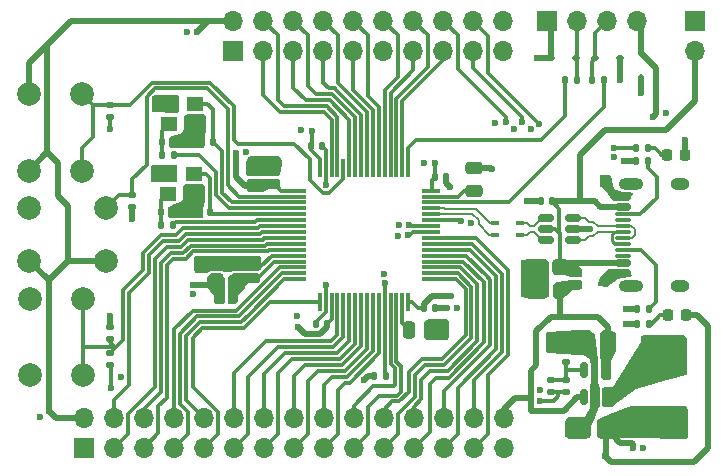
<source format=gbr>
%TF.GenerationSoftware,KiCad,Pcbnew,8.0.7*%
%TF.CreationDate,2024-12-26T08:41:20+02:00*%
%TF.ProjectId,STM32F405RGT6_BlackPill,53544d33-3246-4343-9035-524754365f42,rev?*%
%TF.SameCoordinates,Original*%
%TF.FileFunction,Copper,L1,Top*%
%TF.FilePolarity,Positive*%
%FSLAX46Y46*%
G04 Gerber Fmt 4.6, Leading zero omitted, Abs format (unit mm)*
G04 Created by KiCad (PCBNEW 8.0.7) date 2024-12-26 08:41:20*
%MOMM*%
%LPD*%
G01*
G04 APERTURE LIST*
G04 Aperture macros list*
%AMRoundRect*
0 Rectangle with rounded corners*
0 $1 Rounding radius*
0 $2 $3 $4 $5 $6 $7 $8 $9 X,Y pos of 4 corners*
0 Add a 4 corners polygon primitive as box body*
4,1,4,$2,$3,$4,$5,$6,$7,$8,$9,$2,$3,0*
0 Add four circle primitives for the rounded corners*
1,1,$1+$1,$2,$3*
1,1,$1+$1,$4,$5*
1,1,$1+$1,$6,$7*
1,1,$1+$1,$8,$9*
0 Add four rect primitives between the rounded corners*
20,1,$1+$1,$2,$3,$4,$5,0*
20,1,$1+$1,$4,$5,$6,$7,0*
20,1,$1+$1,$6,$7,$8,$9,0*
20,1,$1+$1,$8,$9,$2,$3,0*%
G04 Aperture macros list end*
%TA.AperFunction,SMDPad,CuDef*%
%ADD10RoundRect,0.075000X-0.700000X-0.075000X0.700000X-0.075000X0.700000X0.075000X-0.700000X0.075000X0*%
%TD*%
%TA.AperFunction,SMDPad,CuDef*%
%ADD11RoundRect,0.075000X-0.075000X-0.700000X0.075000X-0.700000X0.075000X0.700000X-0.075000X0.700000X0*%
%TD*%
%TA.AperFunction,SMDPad,CuDef*%
%ADD12RoundRect,0.140000X-0.140000X-0.170000X0.140000X-0.170000X0.140000X0.170000X-0.140000X0.170000X0*%
%TD*%
%TA.AperFunction,ComponentPad*%
%ADD13C,2.000000*%
%TD*%
%TA.AperFunction,SMDPad,CuDef*%
%ADD14R,0.762000X0.304800*%
%TD*%
%TA.AperFunction,SMDPad,CuDef*%
%ADD15R,1.400000X1.200000*%
%TD*%
%TA.AperFunction,SMDPad,CuDef*%
%ADD16RoundRect,0.150000X0.150000X-0.512500X0.150000X0.512500X-0.150000X0.512500X-0.150000X-0.512500X0*%
%TD*%
%TA.AperFunction,SMDPad,CuDef*%
%ADD17RoundRect,0.140000X0.170000X-0.140000X0.170000X0.140000X-0.170000X0.140000X-0.170000X-0.140000X0*%
%TD*%
%TA.AperFunction,SMDPad,CuDef*%
%ADD18RoundRect,0.112500X-0.112500X0.187500X-0.112500X-0.187500X0.112500X-0.187500X0.112500X0.187500X0*%
%TD*%
%TA.AperFunction,SMDPad,CuDef*%
%ADD19RoundRect,0.135000X0.185000X-0.135000X0.185000X0.135000X-0.185000X0.135000X-0.185000X-0.135000X0*%
%TD*%
%TA.AperFunction,SMDPad,CuDef*%
%ADD20RoundRect,0.147500X-0.172500X0.147500X-0.172500X-0.147500X0.172500X-0.147500X0.172500X0.147500X0*%
%TD*%
%TA.AperFunction,SMDPad,CuDef*%
%ADD21RoundRect,0.135000X-0.185000X0.135000X-0.185000X-0.135000X0.185000X-0.135000X0.185000X0.135000X0*%
%TD*%
%TA.AperFunction,SMDPad,CuDef*%
%ADD22RoundRect,0.135000X0.135000X0.185000X-0.135000X0.185000X-0.135000X-0.185000X0.135000X-0.185000X0*%
%TD*%
%TA.AperFunction,SMDPad,CuDef*%
%ADD23RoundRect,0.135000X-0.135000X-0.185000X0.135000X-0.185000X0.135000X0.185000X-0.135000X0.185000X0*%
%TD*%
%TA.AperFunction,ComponentPad*%
%ADD24R,1.700000X1.700000*%
%TD*%
%TA.AperFunction,ComponentPad*%
%ADD25O,1.700000X1.700000*%
%TD*%
%TA.AperFunction,SMDPad,CuDef*%
%ADD26RoundRect,0.225000X0.225000X0.250000X-0.225000X0.250000X-0.225000X-0.250000X0.225000X-0.250000X0*%
%TD*%
%TA.AperFunction,SMDPad,CuDef*%
%ADD27RoundRect,0.250000X0.475000X-0.250000X0.475000X0.250000X-0.475000X0.250000X-0.475000X-0.250000X0*%
%TD*%
%TA.AperFunction,SMDPad,CuDef*%
%ADD28RoundRect,0.225000X0.250000X-0.225000X0.250000X0.225000X-0.250000X0.225000X-0.250000X-0.225000X0*%
%TD*%
%TA.AperFunction,SMDPad,CuDef*%
%ADD29RoundRect,0.140000X0.140000X0.170000X-0.140000X0.170000X-0.140000X-0.170000X0.140000X-0.170000X0*%
%TD*%
%TA.AperFunction,SMDPad,CuDef*%
%ADD30RoundRect,0.250000X0.250000X0.475000X-0.250000X0.475000X-0.250000X-0.475000X0.250000X-0.475000X0*%
%TD*%
%TA.AperFunction,SMDPad,CuDef*%
%ADD31RoundRect,0.250000X-0.250000X-0.475000X0.250000X-0.475000X0.250000X0.475000X-0.250000X0.475000X0*%
%TD*%
%TA.AperFunction,SMDPad,CuDef*%
%ADD32RoundRect,0.218750X-0.218750X-0.256250X0.218750X-0.256250X0.218750X0.256250X-0.218750X0.256250X0*%
%TD*%
%TA.AperFunction,SMDPad,CuDef*%
%ADD33R,3.500000X2.350000*%
%TD*%
%TA.AperFunction,SMDPad,CuDef*%
%ADD34RoundRect,0.112500X0.187500X0.112500X-0.187500X0.112500X-0.187500X-0.112500X0.187500X-0.112500X0*%
%TD*%
%TA.AperFunction,SMDPad,CuDef*%
%ADD35RoundRect,0.112500X-0.187500X-0.112500X0.187500X-0.112500X0.187500X0.112500X-0.187500X0.112500X0*%
%TD*%
%TA.AperFunction,SMDPad,CuDef*%
%ADD36RoundRect,0.150000X0.500000X-0.150000X0.500000X0.150000X-0.500000X0.150000X-0.500000X-0.150000X0*%
%TD*%
%TA.AperFunction,SMDPad,CuDef*%
%ADD37RoundRect,0.075000X0.575000X-0.075000X0.575000X0.075000X-0.575000X0.075000X-0.575000X-0.075000X0*%
%TD*%
%TA.AperFunction,ComponentPad*%
%ADD38O,2.100000X1.000000*%
%TD*%
%TA.AperFunction,ComponentPad*%
%ADD39O,1.600000X1.000000*%
%TD*%
%TA.AperFunction,SMDPad,CuDef*%
%ADD40RoundRect,0.147500X0.147500X0.172500X-0.147500X0.172500X-0.147500X-0.172500X0.147500X-0.172500X0*%
%TD*%
%TA.AperFunction,SMDPad,CuDef*%
%ADD41RoundRect,0.150000X0.512500X0.150000X-0.512500X0.150000X-0.512500X-0.150000X0.512500X-0.150000X0*%
%TD*%
%TA.AperFunction,SMDPad,CuDef*%
%ADD42RoundRect,0.218750X0.218750X0.256250X-0.218750X0.256250X-0.218750X-0.256250X0.218750X-0.256250X0*%
%TD*%
%TA.AperFunction,ViaPad*%
%ADD43C,0.600000*%
%TD*%
%TA.AperFunction,Conductor*%
%ADD44C,0.500000*%
%TD*%
%TA.AperFunction,Conductor*%
%ADD45C,0.300000*%
%TD*%
%TA.AperFunction,Conductor*%
%ADD46C,0.200000*%
%TD*%
%TA.AperFunction,Conductor*%
%ADD47C,0.261000*%
%TD*%
G04 APERTURE END LIST*
D10*
%TO.P,U100,1,VBAT*%
%TO.N,+3.3V*%
X102425000Y-51250000D03*
%TO.P,U100,2,PC13*%
%TO.N,PC13*%
X102425000Y-51750000D03*
%TO.P,U100,3,PC14*%
%TO.N,OSC32_IN*%
X102425000Y-52250000D03*
%TO.P,U100,4,PC15*%
%TO.N,OSC32_OUT*%
X102425000Y-52750000D03*
%TO.P,U100,5,PH0*%
%TO.N,HSE_IN*%
X102425000Y-53250000D03*
%TO.P,U100,6,PH1*%
%TO.N,HSE_OUT*%
X102425000Y-53750000D03*
%TO.P,U100,7,NRST*%
%TO.N,NRST*%
X102425000Y-54250000D03*
%TO.P,U100,8,PC0*%
%TO.N,PC0*%
X102425000Y-54750000D03*
%TO.P,U100,9,PC1*%
%TO.N,PC1*%
X102425000Y-55250000D03*
%TO.P,U100,10,PC2*%
%TO.N,PC2*%
X102425000Y-55750000D03*
%TO.P,U100,11,PC3*%
%TO.N,PC3*%
X102425000Y-56250000D03*
%TO.P,U100,12,VSSA*%
%TO.N,GND*%
X102425000Y-56750000D03*
%TO.P,U100,13,VDDA*%
%TO.N,+3.3VA*%
X102425000Y-57250000D03*
%TO.P,U100,14,PA0*%
%TO.N,PA0*%
X102425000Y-57750000D03*
%TO.P,U100,15,PA1*%
%TO.N,PA1*%
X102425000Y-58250000D03*
%TO.P,U100,16,PA2*%
%TO.N,PA2*%
X102425000Y-58750000D03*
D11*
%TO.P,U100,17,PA3*%
%TO.N,PA3*%
X104350000Y-60675000D03*
%TO.P,U100,18,VSS*%
%TO.N,GND*%
X104850000Y-60675000D03*
%TO.P,U100,19,VDD*%
%TO.N,+3.3V*%
X105350000Y-60675000D03*
%TO.P,U100,20,PA4*%
%TO.N,PA4*%
X105850000Y-60675000D03*
%TO.P,U100,21,PA5*%
%TO.N,PA5*%
X106350000Y-60675000D03*
%TO.P,U100,22,PA6*%
%TO.N,PA6*%
X106850000Y-60675000D03*
%TO.P,U100,23,PA7*%
%TO.N,PA7*%
X107350000Y-60675000D03*
%TO.P,U100,24,PC4*%
%TO.N,PC4*%
X107850000Y-60675000D03*
%TO.P,U100,25,PC5*%
%TO.N,PC5*%
X108350000Y-60675000D03*
%TO.P,U100,26,PB0*%
%TO.N,PB0*%
X108850000Y-60675000D03*
%TO.P,U100,27,PB1*%
%TO.N,PB1*%
X109350000Y-60675000D03*
%TO.P,U100,28,PB2*%
%TO.N,PB2*%
X109850000Y-60675000D03*
%TO.P,U100,29,PB10*%
%TO.N,PB10*%
X110350000Y-60675000D03*
%TO.P,U100,30,PB11*%
%TO.N,PB11*%
X110850000Y-60675000D03*
%TO.P,U100,31,VCAP_1*%
%TO.N,/MCU/VCAP_1*%
X111350000Y-60675000D03*
%TO.P,U100,32,VDD*%
%TO.N,+3.3V*%
X111850000Y-60675000D03*
D10*
%TO.P,U100,33,PB12*%
%TO.N,PB12*%
X113775000Y-58750000D03*
%TO.P,U100,34,PB13*%
%TO.N,PB13*%
X113775000Y-58250000D03*
%TO.P,U100,35,PB14*%
%TO.N,PB14*%
X113775000Y-57750000D03*
%TO.P,U100,36,PB15*%
%TO.N,PB15*%
X113775000Y-57250000D03*
%TO.P,U100,37,PC6*%
%TO.N,PC6*%
X113775000Y-56750000D03*
%TO.P,U100,38,PC7*%
%TO.N,PC7*%
X113775000Y-56250000D03*
%TO.P,U100,39,PC8*%
%TO.N,PC8*%
X113775000Y-55750000D03*
%TO.P,U100,40,PC9*%
%TO.N,PC9*%
X113775000Y-55250000D03*
%TO.P,U100,41,PA8*%
%TO.N,PA8*%
X113775000Y-54750000D03*
%TO.P,U100,42,PA9*%
%TO.N,PA9*%
X113775000Y-54250000D03*
%TO.P,U100,43,PA10*%
%TO.N,PA10*%
X113775000Y-53750000D03*
%TO.P,U100,44,PA11*%
%TO.N,USB_D-*%
X113775000Y-53250000D03*
%TO.P,U100,45,PA12*%
%TO.N,USB_D+*%
X113775000Y-52750000D03*
%TO.P,U100,46,PA13*%
%TO.N,SWDIO*%
X113775000Y-52250000D03*
%TO.P,U100,47,VCAP_2*%
%TO.N,/MCU/VCAP_2*%
X113775000Y-51750000D03*
%TO.P,U100,48,VDD*%
%TO.N,+3.3V*%
X113775000Y-51250000D03*
D11*
%TO.P,U100,49,PA14*%
%TO.N,SWCLK*%
X111850000Y-49325000D03*
%TO.P,U100,50,PA15*%
%TO.N,PA15*%
X111350000Y-49325000D03*
%TO.P,U100,51,PC10*%
%TO.N,PC10*%
X110850000Y-49325000D03*
%TO.P,U100,52,PC11*%
%TO.N,PC11*%
X110350000Y-49325000D03*
%TO.P,U100,53,PC12*%
%TO.N,PC12*%
X109850000Y-49325000D03*
%TO.P,U100,54,PD2*%
%TO.N,PD2*%
X109350000Y-49325000D03*
%TO.P,U100,55,PB3*%
%TO.N,PB3*%
X108850000Y-49325000D03*
%TO.P,U100,56,PB4*%
%TO.N,PB4*%
X108350000Y-49325000D03*
%TO.P,U100,57,PB5*%
%TO.N,PB5*%
X107850000Y-49325000D03*
%TO.P,U100,58,PB6*%
%TO.N,PB6*%
X107350000Y-49325000D03*
%TO.P,U100,59,PB7*%
%TO.N,PB7*%
X106850000Y-49325000D03*
%TO.P,U100,60,BOOT0*%
%TO.N,BOOT0*%
X106350000Y-49325000D03*
%TO.P,U100,61,PB8*%
%TO.N,PB8*%
X105850000Y-49325000D03*
%TO.P,U100,62,PB9*%
%TO.N,PB9*%
X105350000Y-49325000D03*
%TO.P,U100,63,VSS*%
%TO.N,GND*%
X104850000Y-49325000D03*
%TO.P,U100,64,VDD*%
%TO.N,+3.3V*%
X104350000Y-49325000D03*
%TD*%
D12*
%TO.P,C105,1*%
%TO.N,+3.3V*%
X113170000Y-61200000D03*
%TO.P,C105,2*%
%TO.N,GND*%
X114130000Y-61200000D03*
%TD*%
D13*
%TO.P,SW102,1,1*%
%TO.N,PC13*%
X79750000Y-52700000D03*
X86250000Y-52700000D03*
%TO.P,SW102,2,2*%
%TO.N,+3.3V*%
X79750000Y-57200000D03*
X86250000Y-57200000D03*
%TD*%
D14*
%TO.P,U201,1,1*%
%TO.N,/USB/USB_CMC_D-*%
X121314249Y-55000000D03*
%TO.P,U201,2,2*%
%TO.N,/USB/USB_CMC_D+*%
X121314249Y-54000000D03*
%TO.P,U201,3,3*%
%TO.N,USB_D+*%
X119155249Y-54000000D03*
%TO.P,U201,4,4*%
%TO.N,USB_D-*%
X119155249Y-55000000D03*
%TD*%
D15*
%TO.P,Y100,1,1*%
%TO.N,HSE_IN*%
X93700000Y-49800000D03*
%TO.P,Y100,2,2*%
%TO.N,GND*%
X91500000Y-49800000D03*
%TO.P,Y100,3,3*%
%TO.N,/MCU/XTAL_IN*%
X91500000Y-51500000D03*
%TO.P,Y100,4,4*%
%TO.N,GND*%
X93700000Y-51500000D03*
%TD*%
D16*
%TO.P,U300,1,EN*%
%TO.N,+5V*%
X126750000Y-68750000D03*
%TO.P,U300,2,GND*%
%TO.N,GND*%
X127700000Y-68750000D03*
%TO.P,U300,3,SW*%
%TO.N,/power/BUCK_SW*%
X128650000Y-68750000D03*
%TO.P,U300,4,VIN*%
%TO.N,+5V*%
X128650000Y-66475000D03*
%TO.P,U300,5,FB*%
%TO.N,/power/BUCK_FB*%
X126750000Y-66475000D03*
%TD*%
D17*
%TO.P,C304,1*%
%TO.N,+3.3V*%
X123900000Y-68280000D03*
%TO.P,C304,2*%
%TO.N,/power/BUCK_FB*%
X123900000Y-67320000D03*
%TD*%
D13*
%TO.P,SW100,1,1*%
%TO.N,BOOT0*%
X84250000Y-43050000D03*
X84250000Y-49550000D03*
%TO.P,SW100,2,2*%
%TO.N,+3.3V*%
X79750000Y-43050000D03*
X79750000Y-49550000D03*
%TD*%
D17*
%TO.P,C102,1*%
%TO.N,+3.3V*%
X100450000Y-50630000D03*
%TO.P,C102,2*%
%TO.N,GND*%
X100450000Y-49670000D03*
%TD*%
D18*
%TO.P,D100,1,A1*%
%TO.N,+3.3V*%
X131560000Y-39610000D03*
%TO.P,D100,2,A2*%
%TO.N,GND*%
X131560000Y-41710000D03*
%TD*%
D19*
%TO.P,R102,1*%
%TO.N,+3.3V*%
X86600000Y-66010000D03*
%TO.P,R102,2*%
%TO.N,NRST*%
X86600000Y-64990000D03*
%TD*%
D20*
%TO.P,L300,1,1*%
%TO.N,VBUS*%
X126100000Y-58215000D03*
%TO.P,L300,2,2*%
%TO.N,+5V*%
X126100000Y-59185000D03*
%TD*%
D21*
%TO.P,R100,1*%
%TO.N,BOOT0*%
X86600000Y-43990000D03*
%TO.P,R100,2*%
%TO.N,GND*%
X86600000Y-45010000D03*
%TD*%
D22*
%TO.P,R101,1*%
%TO.N,PB2*%
X109950000Y-66950000D03*
%TO.P,R101,2*%
%TO.N,GND*%
X108930000Y-66950000D03*
%TD*%
D23*
%TO.P,R302,1*%
%TO.N,GND*%
X131190000Y-62500000D03*
%TO.P,R302,2*%
%TO.N,/power/LED_PWR_K*%
X132210000Y-62500000D03*
%TD*%
D13*
%TO.P,SW101,1,1*%
%TO.N,GND*%
X79800000Y-66900000D03*
X79800000Y-60400000D03*
%TO.P,SW101,2,2*%
%TO.N,NRST*%
X84300000Y-66900000D03*
X84300000Y-60400000D03*
%TD*%
D24*
%TO.P,J103,1,Pin_1*%
%TO.N,GND*%
X136100000Y-36900000D03*
D25*
%TO.P,J103,2,Pin_2*%
%TO.N,VBUS*%
X136100000Y-39440000D03*
%TD*%
D12*
%TO.P,C111,1*%
%TO.N,/MCU/XTAL_IN*%
X90920000Y-53050000D03*
%TO.P,C111,2*%
%TO.N,GND*%
X91880000Y-53050000D03*
%TD*%
D22*
%TO.P,R103,1*%
%TO.N,HSE_OUT*%
X91910000Y-54200000D03*
%TO.P,R103,2*%
%TO.N,/MCU/XTAL_IN*%
X90890000Y-54200000D03*
%TD*%
D23*
%TO.P,R105,1*%
%TO.N,/MCU/SWDIO_CONN*%
X127400000Y-41860000D03*
%TO.P,R105,2*%
%TO.N,SWDIO*%
X128420000Y-41860000D03*
%TD*%
D26*
%TO.P,C301,1*%
%TO.N,+5V*%
X124675000Y-59700000D03*
%TO.P,C301,2*%
%TO.N,GND*%
X123125000Y-59700000D03*
%TD*%
D21*
%TO.P,R301,1*%
%TO.N,GND*%
X125200000Y-64740000D03*
%TO.P,R301,2*%
%TO.N,/power/BUCK_FB*%
X125200000Y-65760000D03*
%TD*%
D27*
%TO.P,C115,1*%
%TO.N,/MCU/VCAP_2*%
X117400000Y-51250000D03*
%TO.P,C115,2*%
%TO.N,GND*%
X117400000Y-49350000D03*
%TD*%
D21*
%TO.P,R107,1*%
%TO.N,PC13*%
X88500000Y-51600000D03*
%TO.P,R107,2*%
%TO.N,GND*%
X88500000Y-52620000D03*
%TD*%
D28*
%TO.P,C101,1*%
%TO.N,+3.3V*%
X98850000Y-50825000D03*
%TO.P,C101,2*%
%TO.N,GND*%
X98850000Y-49275000D03*
%TD*%
D17*
%TO.P,C100,1*%
%TO.N,NRST*%
X86600000Y-63780000D03*
%TO.P,C100,2*%
%TO.N,GND*%
X86600000Y-62820000D03*
%TD*%
D29*
%TO.P,C106,1*%
%TO.N,+3.3V*%
X104980000Y-62500000D03*
%TO.P,C106,2*%
%TO.N,GND*%
X104020000Y-62500000D03*
%TD*%
%TO.P,C200,1*%
%TO.N,VBUS*%
X124014749Y-52150000D03*
%TO.P,C200,2*%
%TO.N,GND*%
X123054749Y-52150000D03*
%TD*%
D30*
%TO.P,C303,1*%
%TO.N,+3.3V*%
X128550000Y-71350000D03*
%TO.P,C303,2*%
%TO.N,GND*%
X126650000Y-71350000D03*
%TD*%
D24*
%TO.P,J100,1,Pin_1*%
%TO.N,GND*%
X123620000Y-36900000D03*
D25*
%TO.P,J100,2,Pin_2*%
%TO.N,/MCU/SWCLK_CONN*%
X126160000Y-36900000D03*
%TO.P,J100,3,Pin_3*%
%TO.N,/MCU/SWDIO_CONN*%
X128700000Y-36900000D03*
%TO.P,J100,4,Pin_4*%
%TO.N,+3.3V*%
X131240000Y-36900000D03*
%TD*%
D22*
%TO.P,R104,1*%
%TO.N,OSC32_OUT*%
X92010000Y-48200000D03*
%TO.P,R104,2*%
%TO.N,/MCU/XTAL32_IN*%
X90990000Y-48200000D03*
%TD*%
%TO.P,R106,1*%
%TO.N,/MCU/SWCLK_CONN*%
X126170000Y-41860000D03*
%TO.P,R106,2*%
%TO.N,SWCLK*%
X125150000Y-41860000D03*
%TD*%
D12*
%TO.P,C104,1*%
%TO.N,+3.3V*%
X114120000Y-50100000D03*
%TO.P,C104,2*%
%TO.N,GND*%
X115080000Y-50100000D03*
%TD*%
D31*
%TO.P,C114,1*%
%TO.N,/MCU/VCAP_1*%
X111950000Y-63050000D03*
%TO.P,C114,2*%
%TO.N,GND*%
X113850000Y-63050000D03*
%TD*%
D23*
%TO.P,R200,1*%
%TO.N,GND*%
X131220000Y-61300000D03*
%TO.P,R200,2*%
%TO.N,/USB/USB_CONN_CC1*%
X132240000Y-61300000D03*
%TD*%
%TO.P,R108,1*%
%TO.N,PB2*%
X131090000Y-47600000D03*
%TO.P,R108,2*%
%TO.N,Net-(D103-A)*%
X132110000Y-47600000D03*
%TD*%
D32*
%TO.P,D300,1,K*%
%TO.N,/power/LED_PWR_K*%
X133812500Y-61800000D03*
%TO.P,D300,2,A*%
%TO.N,+3.3V*%
X135387500Y-61800000D03*
%TD*%
D30*
%TO.P,C302,1*%
%TO.N,+5V*%
X128750000Y-64050000D03*
%TO.P,C302,2*%
%TO.N,GND*%
X126850000Y-64050000D03*
%TD*%
D26*
%TO.P,C300,1*%
%TO.N,VBUS*%
X124675000Y-57700000D03*
%TO.P,C300,2*%
%TO.N,GND*%
X123125000Y-57700000D03*
%TD*%
D15*
%TO.P,Y101,1,1*%
%TO.N,OSC32_IN*%
X93800000Y-43900000D03*
%TO.P,Y101,2,2*%
%TO.N,GND*%
X91600000Y-43900000D03*
%TO.P,Y101,3,3*%
%TO.N,/MCU/XTAL32_IN*%
X91600000Y-45600000D03*
%TO.P,Y101,4,4*%
%TO.N,GND*%
X93800000Y-45600000D03*
%TD*%
D33*
%TO.P,L301,1,1*%
%TO.N,/power/BUCK_SW*%
X133550000Y-64850000D03*
%TO.P,L301,2,2*%
%TO.N,+3.3V*%
X133550000Y-70900000D03*
%TD*%
D12*
%TO.P,C103,1*%
%TO.N,+3.3V*%
X103620000Y-47500000D03*
%TO.P,C103,2*%
%TO.N,GND*%
X104580000Y-47500000D03*
%TD*%
D29*
%TO.P,C112,1*%
%TO.N,OSC32_IN*%
X95280000Y-47100000D03*
%TO.P,C112,2*%
%TO.N,GND*%
X94320000Y-47100000D03*
%TD*%
D34*
%TO.P,D102,1,A1*%
%TO.N,/MCU/SWCLK_CONN*%
X126010000Y-40060000D03*
%TO.P,D102,2,A2*%
%TO.N,GND*%
X123910000Y-40060000D03*
%TD*%
D35*
%TO.P,D101,1,A1*%
%TO.N,/MCU/SWDIO_CONN*%
X127660000Y-40060000D03*
%TO.P,D101,2,A2*%
%TO.N,GND*%
X129760000Y-40060000D03*
%TD*%
D36*
%TO.P,J200,A1,GND*%
%TO.N,GND*%
X130055000Y-58200000D03*
%TO.P,J200,A4,VBUS*%
%TO.N,VBUS*%
X130055000Y-57400000D03*
D37*
%TO.P,J200,A5,CC1*%
%TO.N,/USB/USB_CONN_CC1*%
X130055000Y-56250000D03*
%TO.P,J200,A6,D+*%
%TO.N,/USB/USB_CONN_D+*%
X130055000Y-55250000D03*
%TO.P,J200,A7,D-*%
%TO.N,/USB/USB_CONN_D-*%
X130055000Y-54750000D03*
%TO.P,J200,A8,SBU1*%
%TO.N,unconnected-(J200-SBU1-PadA8)*%
X130055000Y-53750000D03*
D36*
%TO.P,J200,A9,VBUS*%
%TO.N,VBUS*%
X130055000Y-52600000D03*
%TO.P,J200,A12,GND*%
%TO.N,GND*%
X130055000Y-51800000D03*
%TO.P,J200,B1,GND*%
X130055000Y-51800000D03*
%TO.P,J200,B4,VBUS*%
%TO.N,VBUS*%
X130055000Y-52600000D03*
D37*
%TO.P,J200,B5,CC2*%
%TO.N,/USB/USB_CONN_CC2*%
X130055000Y-53250000D03*
%TO.P,J200,B6,D+*%
%TO.N,/USB/USB_CONN_D+*%
X130055000Y-54250000D03*
%TO.P,J200,B7,D-*%
%TO.N,/USB/USB_CONN_D-*%
X130055000Y-55750000D03*
%TO.P,J200,B8,SBU2*%
%TO.N,unconnected-(J200-SBU2-PadB8)*%
X130055000Y-56750000D03*
D36*
%TO.P,J200,B9,VBUS*%
%TO.N,VBUS*%
X130055000Y-57400000D03*
%TO.P,J200,B12,GND*%
%TO.N,GND*%
X130055000Y-58200000D03*
D38*
%TO.P,J200,S1,SHIELD*%
%TO.N,unconnected-(J200-SHIELD-PadS1)*%
X130695000Y-59320000D03*
D39*
%TO.N,unconnected-(J200-SHIELD-PadS1)_2*%
X134875000Y-59320000D03*
D38*
%TO.N,unconnected-(J200-SHIELD-PadS1)_3*%
X130695000Y-50680000D03*
D39*
%TO.N,unconnected-(J200-SHIELD-PadS1)_1*%
X134875000Y-50680000D03*
%TD*%
D28*
%TO.P,C108,1*%
%TO.N,+3.3VA*%
X97300000Y-58950000D03*
%TO.P,C108,2*%
%TO.N,GND*%
X97300000Y-57400000D03*
%TD*%
D17*
%TO.P,C107,1*%
%TO.N,+3.3VA*%
X98800000Y-58630000D03*
%TO.P,C107,2*%
%TO.N,GND*%
X98800000Y-57670000D03*
%TD*%
D21*
%TO.P,R300,1*%
%TO.N,/power/BUCK_FB*%
X125200000Y-67265000D03*
%TO.P,R300,2*%
%TO.N,+3.3V*%
X125200000Y-68285000D03*
%TD*%
D12*
%TO.P,C113,1*%
%TO.N,/MCU/XTAL32_IN*%
X91020000Y-47100000D03*
%TO.P,C113,2*%
%TO.N,GND*%
X91980000Y-47100000D03*
%TD*%
D28*
%TO.P,C109,1*%
%TO.N,+3.3V*%
X95500000Y-58950000D03*
%TO.P,C109,2*%
%TO.N,GND*%
X95500000Y-57400000D03*
%TD*%
D40*
%TO.P,L100,1,1*%
%TO.N,+3.3VA*%
X96885000Y-60350000D03*
%TO.P,L100,2,2*%
%TO.N,+3.3V*%
X95915000Y-60350000D03*
%TD*%
D41*
%TO.P,U200,1,I/O1*%
%TO.N,/USB/USB_CONN_D-*%
X125822249Y-55450000D03*
%TO.P,U200,2,GND*%
%TO.N,GND*%
X125822249Y-54500000D03*
%TO.P,U200,3,I/O2*%
%TO.N,/USB/USB_CONN_D+*%
X125822249Y-53550000D03*
%TO.P,U200,4,I/O2*%
%TO.N,/USB/USB_CMC_D+*%
X123547249Y-53550000D03*
%TO.P,U200,5,VBUS*%
%TO.N,VBUS*%
X123547249Y-54500000D03*
%TO.P,U200,6,I/O1*%
%TO.N,/USB/USB_CMC_D-*%
X123547249Y-55450000D03*
%TD*%
D42*
%TO.P,D103,1,K*%
%TO.N,GND*%
X135287500Y-48200000D03*
%TO.P,D103,2,A*%
%TO.N,Net-(D103-A)*%
X133712500Y-48200000D03*
%TD*%
D24*
%TO.P,J102,1,Pin_1*%
%TO.N,GND*%
X97040000Y-39440000D03*
D25*
%TO.P,J102,2,Pin_2*%
%TO.N,+3.3V*%
X97040000Y-36900000D03*
%TO.P,J102,3,Pin_3*%
%TO.N,PB9*%
X99580000Y-39440000D03*
%TO.P,J102,4,Pin_4*%
%TO.N,PB8*%
X99580000Y-36900000D03*
%TO.P,J102,5,Pin_5*%
%TO.N,PB7*%
X102120000Y-39440000D03*
%TO.P,J102,6,Pin_6*%
%TO.N,PB6*%
X102120000Y-36900000D03*
%TO.P,J102,7,Pin_7*%
%TO.N,PB5*%
X104660000Y-39440000D03*
%TO.P,J102,8,Pin_8*%
%TO.N,PB4*%
X104660000Y-36900000D03*
%TO.P,J102,9,Pin_9*%
%TO.N,PB3*%
X107200000Y-39440000D03*
%TO.P,J102,10,Pin_10*%
%TO.N,PD2*%
X107200000Y-36900000D03*
%TO.P,J102,11,Pin_11*%
%TO.N,GND*%
X109740000Y-39440000D03*
%TO.P,J102,12,Pin_12*%
%TO.N,PC12*%
X109740000Y-36900000D03*
%TO.P,J102,13,Pin_13*%
%TO.N,PC11*%
X112280000Y-39440000D03*
%TO.P,J102,14,Pin_14*%
%TO.N,PC10*%
X112280000Y-36900000D03*
%TO.P,J102,15,Pin_15*%
%TO.N,PA15*%
X114820000Y-39440000D03*
%TO.P,J102,16,Pin_16*%
%TO.N,PA10*%
X114820000Y-36900000D03*
%TO.P,J102,17,Pin_17*%
%TO.N,PA9*%
X117360000Y-39440000D03*
%TO.P,J102,18,Pin_18*%
%TO.N,PA8*%
X117360000Y-36900000D03*
%TO.P,J102,19,Pin_19*%
%TO.N,GND*%
X119900000Y-39440000D03*
%TO.P,J102,20,Pin_20*%
%TO.N,+5V*%
X119900000Y-36900000D03*
%TD*%
D23*
%TO.P,R201,1*%
%TO.N,GND*%
X131090000Y-48750000D03*
%TO.P,R201,2*%
%TO.N,/USB/USB_CONN_CC2*%
X132110000Y-48750000D03*
%TD*%
D29*
%TO.P,C110,1*%
%TO.N,HSE_IN*%
X95080000Y-53050000D03*
%TO.P,C110,2*%
%TO.N,GND*%
X94120000Y-53050000D03*
%TD*%
D24*
%TO.P,J101,1,Pin_1*%
%TO.N,GND*%
X84380000Y-73040000D03*
D25*
%TO.P,J101,2,Pin_2*%
%TO.N,+3.3V*%
X84380000Y-70500000D03*
%TO.P,J101,3,Pin_3*%
%TO.N,PC1*%
X86920000Y-73040000D03*
%TO.P,J101,4,Pin_4*%
%TO.N,PC0*%
X86920000Y-70500000D03*
%TO.P,J101,5,Pin_5*%
%TO.N,PC3*%
X89460000Y-73040000D03*
%TO.P,J101,6,Pin_6*%
%TO.N,PC2*%
X89460000Y-70500000D03*
%TO.P,J101,7,Pin_7*%
%TO.N,PA1*%
X92000000Y-73040000D03*
%TO.P,J101,8,Pin_8*%
%TO.N,PA0*%
X92000000Y-70500000D03*
%TO.P,J101,9,Pin_9*%
%TO.N,PA3*%
X94540000Y-73040000D03*
%TO.P,J101,10,Pin_10*%
%TO.N,PA2*%
X94540000Y-70500000D03*
%TO.P,J101,11,Pin_11*%
%TO.N,PA5*%
X97080000Y-73040000D03*
%TO.P,J101,12,Pin_12*%
%TO.N,PA4*%
X97080000Y-70500000D03*
%TO.P,J101,13,Pin_13*%
%TO.N,PA7*%
X99620000Y-73040000D03*
%TO.P,J101,14,Pin_14*%
%TO.N,PA6*%
X99620000Y-70500000D03*
%TO.P,J101,15,Pin_15*%
%TO.N,PC5*%
X102160000Y-73040000D03*
%TO.P,J101,16,Pin_16*%
%TO.N,PC4*%
X102160000Y-70500000D03*
%TO.P,J101,17,Pin_17*%
%TO.N,PB1*%
X104700000Y-73040000D03*
%TO.P,J101,18,Pin_18*%
%TO.N,PB0*%
X104700000Y-70500000D03*
%TO.P,J101,19,Pin_19*%
%TO.N,PB11*%
X107240000Y-73040000D03*
%TO.P,J101,20,Pin_20*%
%TO.N,PB10*%
X107240000Y-70500000D03*
%TO.P,J101,21,Pin_21*%
%TO.N,PB13*%
X109780000Y-73040000D03*
%TO.P,J101,22,Pin_22*%
%TO.N,PB12*%
X109780000Y-70500000D03*
%TO.P,J101,23,Pin_23*%
%TO.N,PB15*%
X112320000Y-73040000D03*
%TO.P,J101,24,Pin_24*%
%TO.N,PB14*%
X112320000Y-70500000D03*
%TO.P,J101,25,Pin_25*%
%TO.N,PC7*%
X114860000Y-73040000D03*
%TO.P,J101,26,Pin_26*%
%TO.N,PC6*%
X114860000Y-70500000D03*
%TO.P,J101,27,Pin_27*%
%TO.N,PC9*%
X117400000Y-73040000D03*
%TO.P,J101,28,Pin_28*%
%TO.N,PC8*%
X117400000Y-70500000D03*
%TO.P,J101,29,Pin_29*%
%TO.N,GND*%
X119940000Y-73040000D03*
%TO.P,J101,30,Pin_30*%
%TO.N,+5V*%
X119940000Y-70500000D03*
%TD*%
D43*
%TO.N,GND*%
X99850000Y-48750000D03*
X114800000Y-63400000D03*
X122760000Y-40060000D03*
X114800000Y-62500000D03*
X127250000Y-54500000D03*
X130280000Y-61300000D03*
X129760000Y-41860000D03*
X98100000Y-48000000D03*
X121934749Y-52150000D03*
X119200000Y-45500000D03*
X128900000Y-58300000D03*
X90300000Y-49400000D03*
X80700000Y-70400000D03*
X130150000Y-48750000D03*
X130300000Y-62500000D03*
X93100000Y-37800000D03*
X90300000Y-50200000D03*
X122000000Y-58300000D03*
X123000000Y-68100000D03*
X94100000Y-57900000D03*
X104900000Y-50800000D03*
X92700000Y-52500000D03*
X102400000Y-61900000D03*
X125100000Y-63675000D03*
X93600000Y-60000000D03*
X124100000Y-64525000D03*
X135300000Y-46950000D03*
X122000000Y-57500000D03*
X128900000Y-51000000D03*
X113200000Y-48900000D03*
X86570000Y-61850000D03*
X124150000Y-63675000D03*
X118900000Y-49400000D03*
X90400000Y-43500000D03*
X120800000Y-46000000D03*
X122000000Y-59900000D03*
X102800000Y-46150000D03*
X131750000Y-73050000D03*
X128500000Y-50300000D03*
X111100000Y-54200000D03*
X133700000Y-44700000D03*
X93450000Y-47250000D03*
X111000000Y-55100000D03*
X104900000Y-59200000D03*
X122000000Y-59100000D03*
X115150000Y-61200000D03*
X116000000Y-61200000D03*
X128500000Y-59000000D03*
X93250000Y-53150000D03*
X88500000Y-53660000D03*
X86600000Y-45990000D03*
X87500000Y-67000000D03*
X90400000Y-44300000D03*
X129300000Y-48400000D03*
X92800000Y-46700000D03*
X115400000Y-50900000D03*
X100700000Y-48800000D03*
X131560000Y-42960000D03*
X94100000Y-57050000D03*
X108100000Y-67300000D03*
X109800000Y-58300000D03*
X122200000Y-46000000D03*
X117200000Y-54000000D03*
%TO.N,+3.3V*%
X103700000Y-46200000D03*
X81400000Y-69900000D03*
X132600000Y-45000000D03*
X97296701Y-48104052D03*
X93600000Y-59200000D03*
X128500000Y-73700000D03*
X123000000Y-69075000D03*
X114100000Y-48900000D03*
X115500000Y-60200000D03*
X130900000Y-73025000D03*
X86700000Y-68000000D03*
X94000000Y-37800000D03*
X102500000Y-62800000D03*
%TO.N,+5V*%
X127300000Y-61975000D03*
%TO.N,PA10*%
X116300000Y-53825000D03*
X120100000Y-45400000D03*
%TO.N,PA8*%
X111800000Y-55000000D03*
X122900000Y-45600000D03*
%TO.N,PA9*%
X111900000Y-54200000D03*
X121500000Y-45400000D03*
%TO.N,PB2*%
X129300000Y-47600000D03*
X109900000Y-59100000D03*
%TD*%
D44*
%TO.N,+3.3V*%
X136300000Y-61800000D02*
X135387500Y-61800000D01*
X137200000Y-62700000D02*
X136300000Y-61800000D01*
X137200000Y-73000000D02*
X137200000Y-62700000D01*
X136000000Y-74200000D02*
X137200000Y-73000000D01*
X129000000Y-74200000D02*
X136000000Y-74200000D01*
X128500000Y-73700000D02*
X129000000Y-74200000D01*
D45*
%TO.N,GND*%
X104020000Y-62383120D02*
X104020000Y-62500000D01*
X99372642Y-57670000D02*
X98800000Y-57670000D01*
D44*
X131090000Y-48750000D02*
X130150000Y-48750000D01*
D45*
X104850000Y-60675000D02*
X104850000Y-61553120D01*
D44*
X135287500Y-48200000D02*
X135287500Y-46962500D01*
D45*
X104850000Y-50750000D02*
X104900000Y-50800000D01*
X102425000Y-56750000D02*
X100292642Y-56750000D01*
D44*
X115400000Y-50900000D02*
X115080000Y-50580000D01*
X108930000Y-66950000D02*
X108450000Y-66950000D01*
X117400000Y-49350000D02*
X118850000Y-49350000D01*
D45*
X104850000Y-49325000D02*
X104850000Y-50750000D01*
D44*
X125822249Y-54500000D02*
X127250000Y-54500000D01*
D45*
X104850000Y-49325000D02*
X104850000Y-47770000D01*
D44*
X129760000Y-40060000D02*
X129760000Y-41860000D01*
X131220000Y-61300000D02*
X130280000Y-61300000D01*
D45*
X104850000Y-61553120D02*
X104020000Y-62383120D01*
X104850000Y-47770000D02*
X104580000Y-47500000D01*
D44*
X131560000Y-41710000D02*
X131560000Y-42960000D01*
X123054749Y-52150000D02*
X121934749Y-52150000D01*
D45*
X104850000Y-59250000D02*
X104900000Y-59200000D01*
D44*
X118850000Y-49350000D02*
X118900000Y-49400000D01*
X86570000Y-61850000D02*
X86570000Y-62790000D01*
X123910000Y-37190000D02*
X123620000Y-36900000D01*
X114130000Y-61200000D02*
X115150000Y-61200000D01*
D45*
X104850000Y-60675000D02*
X104850000Y-59250000D01*
D44*
X123910000Y-40060000D02*
X122760000Y-40060000D01*
X88500000Y-52620000D02*
X88500000Y-53660000D01*
D45*
X86600000Y-45010000D02*
X86600000Y-45990000D01*
D44*
X115080000Y-50580000D02*
X115080000Y-50100000D01*
X108450000Y-66950000D02*
X108100000Y-67300000D01*
X123910000Y-40060000D02*
X123910000Y-37190000D01*
X86570000Y-62790000D02*
X86600000Y-62820000D01*
D45*
X100292642Y-56750000D02*
X99372642Y-57670000D01*
D44*
X135287500Y-46962500D02*
X135300000Y-46950000D01*
X131190000Y-62500000D02*
X130300000Y-62500000D01*
D45*
%TO.N,NRST*%
X90892894Y-55000000D02*
X89400000Y-56492894D01*
X87050000Y-64550000D02*
X86600000Y-64100000D01*
X84400000Y-64500000D02*
X84300000Y-64400000D01*
X86600000Y-64100000D02*
X86600000Y-63780000D01*
X84300000Y-64600000D02*
X84300000Y-66900000D01*
X87050000Y-64550000D02*
X86610000Y-64990000D01*
X87050000Y-64550000D02*
X87000000Y-64500000D01*
X92192894Y-55000000D02*
X90892894Y-55000000D01*
X89400000Y-58000000D02*
X87700000Y-59700000D01*
X99257107Y-54250000D02*
X99107107Y-54400000D01*
X87700000Y-63900000D02*
X87050000Y-64550000D01*
X89400000Y-56492894D02*
X89400000Y-58000000D01*
X84400000Y-64500000D02*
X84300000Y-64600000D01*
X102425000Y-54250000D02*
X99257107Y-54250000D01*
X84300000Y-64400000D02*
X84300000Y-60400000D01*
X92792894Y-54400000D02*
X92192894Y-55000000D01*
X99107107Y-54400000D02*
X92792894Y-54400000D01*
X87000000Y-64500000D02*
X84400000Y-64500000D01*
X86610000Y-64990000D02*
X86600000Y-64990000D01*
X87700000Y-59700000D02*
X87700000Y-63900000D01*
D44*
%TO.N,+3.3V*%
X94900000Y-36900000D02*
X97040000Y-36900000D01*
D45*
X103700000Y-47420000D02*
X103620000Y-47500000D01*
D44*
X81400000Y-58850000D02*
X79750000Y-57200000D01*
X102500000Y-62800000D02*
X103100000Y-63400000D01*
D45*
X104350000Y-48550000D02*
X103620000Y-47820000D01*
D44*
X94000000Y-37800000D02*
X94900000Y-36900000D01*
X83300000Y-36900000D02*
X81300000Y-38900000D01*
D45*
X113900000Y-50320000D02*
X113900000Y-51125000D01*
D44*
X97296701Y-48104052D02*
X97296701Y-50096701D01*
X82000000Y-70500000D02*
X84380000Y-70500000D01*
X131560000Y-38560000D02*
X131560000Y-37220000D01*
X131560000Y-39610000D02*
X131560000Y-38560000D01*
X81400000Y-69900000D02*
X82000000Y-70500000D01*
D45*
X95250000Y-59200000D02*
X95500000Y-58950000D01*
D44*
X83050000Y-57200000D02*
X86250000Y-57200000D01*
X82200000Y-48900000D02*
X81300000Y-48000000D01*
X132800000Y-40850000D02*
X131560000Y-39610000D01*
D45*
X124550000Y-68675000D02*
X124150000Y-69075000D01*
D44*
X93600000Y-59200000D02*
X95250000Y-59200000D01*
D45*
X113900000Y-51125000D02*
X113775000Y-51250000D01*
X105350000Y-62130000D02*
X104980000Y-62500000D01*
D44*
X130900000Y-73025000D02*
X130900000Y-72750000D01*
X81300000Y-38900000D02*
X79750000Y-40450000D01*
X115500000Y-60200000D02*
X113860001Y-60200000D01*
D45*
X128550000Y-73650000D02*
X128500000Y-73700000D01*
D44*
X82200000Y-51700000D02*
X82200000Y-48900000D01*
X113860001Y-60200000D02*
X113170000Y-60890001D01*
X131560000Y-37220000D02*
X131240000Y-36900000D01*
X129800000Y-72600000D02*
X128550000Y-71350000D01*
X104400000Y-63400000D02*
X104980000Y-62820000D01*
D45*
X114100000Y-49770001D02*
X114120000Y-49790001D01*
X124550000Y-68280000D02*
X125195000Y-68280000D01*
X114120000Y-50100000D02*
X113900000Y-50320000D01*
X105350000Y-60675000D02*
X105350000Y-62130000D01*
D44*
X130750000Y-72600000D02*
X129800000Y-72600000D01*
X79750000Y-40450000D02*
X79750000Y-43050000D01*
D45*
X86700000Y-66110000D02*
X86600000Y-66010000D01*
X103620000Y-47820000D02*
X103620000Y-47500000D01*
X124150000Y-69075000D02*
X123000000Y-69075000D01*
X102425000Y-51250000D02*
X101070000Y-51250000D01*
D44*
X132800000Y-44800000D02*
X132800000Y-40850000D01*
D45*
X104350000Y-49325000D02*
X104350000Y-48550000D01*
D44*
X83050000Y-57200000D02*
X83050000Y-52550000D01*
X83050000Y-52550000D02*
X82200000Y-51700000D01*
X94900000Y-36900000D02*
X83300000Y-36900000D01*
X130900000Y-72750000D02*
X130750000Y-72600000D01*
X132600000Y-45000000D02*
X132800000Y-44800000D01*
D45*
X101070000Y-51250000D02*
X100450000Y-50630000D01*
X103700000Y-46200000D02*
X103700000Y-47420000D01*
X123900000Y-68280000D02*
X124550000Y-68280000D01*
D44*
X128550000Y-71350000D02*
X128550000Y-73650000D01*
D45*
X86700000Y-68000000D02*
X86700000Y-66110000D01*
X112700000Y-61200000D02*
X113170000Y-61200000D01*
X114120000Y-49790001D02*
X114120000Y-50100000D01*
D44*
X97296701Y-50096701D02*
X98025000Y-50825000D01*
X103100000Y-63400000D02*
X104400000Y-63400000D01*
D45*
X104980000Y-62820000D02*
X104980000Y-62500000D01*
X111850000Y-60675000D02*
X112175000Y-60675000D01*
D44*
X81400000Y-58850000D02*
X83050000Y-57200000D01*
X81300000Y-48000000D02*
X79750000Y-49550000D01*
D45*
X114100000Y-48900000D02*
X114100000Y-49770001D01*
X112175000Y-60675000D02*
X112700000Y-61200000D01*
X124550000Y-68280000D02*
X124550000Y-68675000D01*
D44*
X81300000Y-38900000D02*
X81300000Y-48000000D01*
X98025000Y-50825000D02*
X98850000Y-50825000D01*
D45*
X125195000Y-68280000D02*
X125200000Y-68285000D01*
X113170000Y-60890001D02*
X113170000Y-61200000D01*
D44*
X81400000Y-69900000D02*
X81400000Y-58850000D01*
D45*
%TO.N,+3.3VA*%
X100499748Y-57250000D02*
X99119748Y-58630000D01*
X102425000Y-57250000D02*
X100499748Y-57250000D01*
X99119748Y-58630000D02*
X98800000Y-58630000D01*
%TO.N,HSE_OUT*%
X92210000Y-53900000D02*
X91910000Y-54200000D01*
X99050000Y-53750000D02*
X98900000Y-53900000D01*
X98900000Y-53900000D02*
X92210000Y-53900000D01*
X102425000Y-53750000D02*
X99050000Y-53750000D01*
%TO.N,/MCU/XTAL_IN*%
X90920000Y-53050000D02*
X90920000Y-52080000D01*
X90890000Y-53080000D02*
X90920000Y-53050000D01*
X90920000Y-52080000D02*
X91500000Y-51500000D01*
X90890000Y-54200000D02*
X90890000Y-53080000D01*
%TO.N,OSC32_OUT*%
X94100000Y-48200000D02*
X92010000Y-48200000D01*
X101575000Y-52750000D02*
X96692894Y-52750000D01*
X95580000Y-51637106D02*
X95580000Y-49680000D01*
X95580000Y-49680000D02*
X94100000Y-48200000D01*
X96692894Y-52750000D02*
X95580000Y-51637106D01*
%TO.N,/MCU/XTAL32_IN*%
X90990000Y-47130000D02*
X91020000Y-47100000D01*
X91020000Y-47100000D02*
X91020000Y-46180000D01*
X90990000Y-48200000D02*
X90990000Y-47130000D01*
X91020000Y-46180000D02*
X91600000Y-45600000D01*
%TO.N,VBUS*%
X124675000Y-54875000D02*
X124650000Y-54850000D01*
X124650000Y-54850000D02*
X124650000Y-52785251D01*
X124300000Y-54500000D02*
X123547249Y-54500000D01*
D44*
X130055000Y-57400000D02*
X124975000Y-57400000D01*
X127650000Y-52150000D02*
X126400000Y-52150000D01*
X128500000Y-46100000D02*
X133700000Y-46100000D01*
X126400000Y-52150000D02*
X126400000Y-48200000D01*
D45*
X124650000Y-52785251D02*
X124014749Y-52150000D01*
X124650000Y-54850000D02*
X124300000Y-54500000D01*
D44*
X124975000Y-57400000D02*
X124675000Y-57700000D01*
X126400000Y-48200000D02*
X128500000Y-46100000D01*
X136100000Y-43700000D02*
X136100000Y-39440000D01*
X130055000Y-52600000D02*
X128100000Y-52600000D01*
X126400000Y-52150000D02*
X124014749Y-52150000D01*
X128100000Y-52600000D02*
X127650000Y-52150000D01*
X133700000Y-46100000D02*
X136100000Y-43700000D01*
D45*
X124675000Y-57700000D02*
X124675000Y-54875000D01*
D44*
%TO.N,+5V*%
X124675000Y-59700000D02*
X124675000Y-61900000D01*
X124600000Y-61975000D02*
X123900000Y-61975000D01*
X127950000Y-61975000D02*
X128750000Y-62775000D01*
X127300000Y-61975000D02*
X127950000Y-61975000D01*
X122700000Y-66000000D02*
X122200000Y-66500000D01*
X119940000Y-69760000D02*
X119940000Y-70500000D01*
X122100000Y-68800000D02*
X120900000Y-68800000D01*
X122200000Y-68700000D02*
X122200000Y-69925000D01*
X122200000Y-66500000D02*
X122200000Y-68700000D01*
X122700000Y-63175000D02*
X122700000Y-66000000D01*
X126175000Y-68750000D02*
X126750000Y-68750000D01*
X120900000Y-68800000D02*
X119940000Y-69760000D01*
X125000000Y-69925000D02*
X126175000Y-68750000D01*
X122200000Y-68700000D02*
X122100000Y-68800000D01*
X124675000Y-61900000D02*
X124600000Y-61975000D01*
X122200000Y-69925000D02*
X125000000Y-69925000D01*
X123900000Y-61975000D02*
X122700000Y-63175000D01*
X125950000Y-61975000D02*
X127300000Y-61975000D01*
X128750000Y-62775000D02*
X128750000Y-64050000D01*
X125950000Y-61975000D02*
X124600000Y-61975000D01*
D45*
%TO.N,/power/BUCK_FB*%
X123900000Y-67320000D02*
X125145000Y-67320000D01*
X125145000Y-67320000D02*
X125200000Y-67265000D01*
X125200000Y-67265000D02*
X125200000Y-66475000D01*
X125200000Y-65760000D02*
X125200000Y-66475000D01*
X126750000Y-66475000D02*
X125200000Y-66475000D01*
%TO.N,/MCU/SWDIO_CONN*%
X127400000Y-40320000D02*
X127660000Y-40060000D01*
X127660000Y-40060000D02*
X127660000Y-37940000D01*
X127660000Y-37940000D02*
X128700000Y-36900000D01*
X127400000Y-41860000D02*
X127400000Y-40320000D01*
%TO.N,/MCU/SWCLK_CONN*%
X126010000Y-40010000D02*
X126160000Y-39860000D01*
X126160000Y-39860000D02*
X126160000Y-36900000D01*
X126170000Y-40220000D02*
X126010000Y-40060000D01*
X126010000Y-40060000D02*
X126010000Y-40010000D01*
X126170000Y-41860000D02*
X126170000Y-40220000D01*
%TO.N,Net-(D103-A)*%
X132700000Y-47600000D02*
X133250000Y-48150000D01*
X133250000Y-48200000D02*
X133712500Y-48200000D01*
X132110000Y-47600000D02*
X132700000Y-47600000D01*
X133250000Y-48150000D02*
X133250000Y-48200000D01*
%TO.N,/power/LED_PWR_K*%
X133150000Y-61800000D02*
X133812500Y-61800000D01*
X132450000Y-62500000D02*
X133150000Y-61800000D01*
X132210000Y-62500000D02*
X132450000Y-62500000D01*
%TO.N,PC3*%
X91400000Y-57557106D02*
X91400000Y-68800000D01*
X102425000Y-56250000D02*
X100085535Y-56250000D01*
X93021320Y-57000000D02*
X91957106Y-57000000D01*
X90700000Y-71800000D02*
X89460000Y-73040000D01*
X99935535Y-56400000D02*
X93621320Y-56400000D01*
X91400000Y-68800000D02*
X90700000Y-69500000D01*
X91957106Y-57000000D02*
X91400000Y-57557106D01*
X100085535Y-56250000D02*
X99935535Y-56400000D01*
X93621320Y-56400000D02*
X93021320Y-57000000D01*
X90700000Y-69500000D02*
X90700000Y-71800000D01*
%TO.N,PB11*%
X110850000Y-60675000D02*
X110850000Y-65742894D01*
X110892893Y-68600000D02*
X109400000Y-68600000D01*
X110850000Y-65742894D02*
X111200000Y-66092894D01*
X108440000Y-71840000D02*
X107240000Y-73040000D01*
X109400000Y-68600000D02*
X108440000Y-69560000D01*
X108440000Y-69560000D02*
X108440000Y-71840000D01*
X111200000Y-66092894D02*
X111200000Y-68292893D01*
X111200000Y-68292893D02*
X110892893Y-68600000D01*
%TO.N,PA7*%
X107350000Y-60675000D02*
X107350000Y-64207107D01*
X106057107Y-65500000D02*
X102000000Y-65500000D01*
X100820000Y-66680000D02*
X100820000Y-71840000D01*
X102000000Y-65500000D02*
X100820000Y-66680000D01*
X100820000Y-71840000D02*
X99620000Y-73040000D01*
X107350000Y-64207107D02*
X106057107Y-65500000D01*
%TO.N,PA2*%
X93053553Y-69013553D02*
X94540000Y-70500000D01*
X101364212Y-58750000D02*
X98357106Y-61757106D01*
X102425000Y-58750000D02*
X101364212Y-58750000D01*
X93053553Y-63553553D02*
X93053553Y-69013553D01*
X98357106Y-61757106D02*
X98357106Y-61757107D01*
X98357106Y-61757107D02*
X97714213Y-62400000D01*
X94207106Y-62400000D02*
X93053553Y-63553553D01*
X97714213Y-62400000D02*
X94207106Y-62400000D01*
%TO.N,PB0*%
X106678426Y-67000000D02*
X105400000Y-67000000D01*
X104700000Y-67700000D02*
X104700000Y-70500000D01*
X108850000Y-60675000D02*
X108850000Y-64828426D01*
X108850000Y-64828426D02*
X106678426Y-67000000D01*
X105400000Y-67000000D02*
X104700000Y-67700000D01*
%TO.N,PB10*%
X108900000Y-67800000D02*
X107240000Y-69460000D01*
X110700000Y-66300000D02*
X110700000Y-67700000D01*
X110350000Y-60675000D02*
X110350000Y-65950000D01*
X110350000Y-65950000D02*
X110700000Y-66300000D01*
X110600000Y-67800000D02*
X108900000Y-67800000D01*
X110700000Y-67700000D02*
X110600000Y-67800000D01*
X107240000Y-69460000D02*
X107240000Y-70500000D01*
%TO.N,PC4*%
X106264213Y-66000000D02*
X103100000Y-66000000D01*
X103100000Y-66000000D02*
X102160000Y-66940000D01*
X107850000Y-64414213D02*
X106264213Y-66000000D01*
X107850000Y-60675000D02*
X107850000Y-64414213D01*
X102160000Y-66940000D02*
X102160000Y-70500000D01*
%TO.N,PC1*%
X92607107Y-56000000D02*
X91400000Y-56000000D01*
X90400000Y-57000000D02*
X90400000Y-67862943D01*
X93207107Y-55400000D02*
X92607107Y-56000000D01*
X91400000Y-56000000D02*
X90400000Y-57000000D01*
X99521321Y-55400000D02*
X93207107Y-55400000D01*
X88120000Y-70142943D02*
X88120000Y-71840000D01*
X90400000Y-67862943D02*
X88120000Y-70142943D01*
X99671321Y-55250000D02*
X99521321Y-55400000D01*
X102425000Y-55250000D02*
X99671321Y-55250000D01*
X88120000Y-71840000D02*
X86920000Y-73040000D01*
%TO.N,PA5*%
X106350000Y-60675000D02*
X106350000Y-63657107D01*
X98280000Y-67020000D02*
X98280000Y-71840000D01*
X105507107Y-64500000D02*
X100800000Y-64500000D01*
X106350000Y-63657107D02*
X105507107Y-64500000D01*
X100800000Y-64500000D02*
X98280000Y-67020000D01*
X98280000Y-71840000D02*
X97080000Y-73040000D01*
%TO.N,PA0*%
X93600000Y-61400000D02*
X92000000Y-63000000D01*
X100950000Y-57750000D02*
X97300000Y-61400000D01*
X92000000Y-63000000D02*
X92000000Y-70500000D01*
X102425000Y-57750000D02*
X100950000Y-57750000D01*
X97300000Y-61400000D02*
X93600000Y-61400000D01*
%TO.N,PB1*%
X106500000Y-67500000D02*
X105900000Y-68100000D01*
X105900000Y-68100000D02*
X105900000Y-71840000D01*
X105900000Y-71840000D02*
X104700000Y-73040000D01*
X106885532Y-67500000D02*
X106500000Y-67500000D01*
X109350000Y-65035532D02*
X106885532Y-67500000D01*
X109350000Y-60675000D02*
X109350000Y-65035532D01*
%TO.N,PC2*%
X99728428Y-55900000D02*
X93414213Y-55900000D01*
X90900000Y-57350000D02*
X90900000Y-68300000D01*
X93414213Y-55900000D02*
X93414213Y-55900001D01*
X92814214Y-56500000D02*
X91750000Y-56500000D01*
X93414213Y-55900001D02*
X92814214Y-56500000D01*
X89460000Y-69740000D02*
X89460000Y-70500000D01*
X91750000Y-56500000D02*
X90900000Y-57350000D01*
X102425000Y-55750000D02*
X99878428Y-55750000D01*
X99878428Y-55750000D02*
X99728428Y-55900000D01*
X90900000Y-68300000D02*
X89460000Y-69740000D01*
%TO.N,PA1*%
X102425000Y-58250000D02*
X101157106Y-58250000D01*
X101157106Y-58250000D02*
X97507106Y-61900000D01*
X93200000Y-71840000D02*
X92000000Y-73040000D01*
X93200000Y-70002943D02*
X93200000Y-71840000D01*
X92500000Y-69302943D02*
X93200000Y-70002943D01*
X94000000Y-61900000D02*
X92500000Y-63400000D01*
X92500000Y-63400000D02*
X92500000Y-69302943D01*
X97507106Y-61900000D02*
X94000000Y-61900000D01*
%TO.N,PA6*%
X105850000Y-65000000D02*
X101400000Y-65000000D01*
X99620000Y-66780000D02*
X99620000Y-70500000D01*
X106850000Y-60675000D02*
X106850000Y-64000000D01*
X101400000Y-65000000D02*
X99620000Y-66780000D01*
X106850000Y-64000000D02*
X105850000Y-65000000D01*
%TO.N,PA3*%
X100010659Y-60810661D02*
X97921320Y-62900000D01*
X100010659Y-60810659D02*
X100010659Y-60810661D01*
X94414212Y-62900000D02*
X93600000Y-63714212D01*
X95740000Y-71840000D02*
X94540000Y-73040000D01*
X95740000Y-70002943D02*
X95740000Y-71840000D01*
X97921320Y-62900000D02*
X94414212Y-62900000D01*
X93600000Y-63714212D02*
X93600000Y-67862943D01*
X100146318Y-60675000D02*
X100010659Y-60810659D01*
X93600000Y-67862943D02*
X95740000Y-70002943D01*
X104350000Y-60675000D02*
X100146318Y-60675000D01*
%TO.N,PC0*%
X88200000Y-59907106D02*
X88200000Y-67700000D01*
X99314214Y-54900000D02*
X93000000Y-54900000D01*
X99464214Y-54750000D02*
X99314214Y-54900000D01*
X89900000Y-58207106D02*
X88200000Y-59907106D01*
X88200000Y-67700000D02*
X86920000Y-68980000D01*
X92400000Y-55500000D02*
X91100000Y-55500000D01*
X89900000Y-56700000D02*
X89900000Y-58207106D01*
X102425000Y-54750000D02*
X99464214Y-54750000D01*
X86920000Y-68980000D02*
X86920000Y-70500000D01*
X93000000Y-54900000D02*
X92400000Y-55500000D01*
X91100000Y-55500000D02*
X89900000Y-56700000D01*
%TO.N,PA4*%
X99800000Y-64000000D02*
X97080000Y-66720000D01*
X105850000Y-60675000D02*
X105850000Y-63450000D01*
X105300000Y-64000000D02*
X99800000Y-64000000D01*
X97080000Y-66720000D02*
X97080000Y-70500000D01*
X105850000Y-63450000D02*
X105300000Y-64000000D01*
%TO.N,PC5*%
X108350000Y-64621320D02*
X106471320Y-66500000D01*
X104200000Y-66500000D02*
X103360000Y-67340000D01*
X103360000Y-71840000D02*
X102160000Y-73040000D01*
X103360000Y-67340000D02*
X103360000Y-71840000D01*
X108350000Y-60675000D02*
X108350000Y-64621320D01*
X106471320Y-66500000D02*
X104200000Y-66500000D01*
%TO.N,PB12*%
X111900000Y-66600000D02*
X111900000Y-68300000D01*
X111900000Y-68300000D02*
X111100000Y-69100000D01*
X109780000Y-69820000D02*
X109780000Y-70500000D01*
X114700000Y-65500000D02*
X113000000Y-65500000D01*
X116700000Y-63500000D02*
X114700000Y-65500000D01*
X115850000Y-58750000D02*
X116700000Y-59600000D01*
X113000000Y-65500000D02*
X111900000Y-66600000D01*
X116700000Y-59600000D02*
X116700000Y-63500000D01*
X110500000Y-69100000D02*
X109780000Y-69820000D01*
X111100000Y-69100000D02*
X110500000Y-69100000D01*
X113775000Y-58750000D02*
X115850000Y-58750000D01*
%TO.N,PB8*%
X104953553Y-44100000D02*
X101300000Y-44100000D01*
X105850000Y-44996447D02*
X104953553Y-44100000D01*
X100780000Y-43580000D02*
X100780000Y-38100000D01*
X101300000Y-44100000D02*
X100780000Y-43580000D01*
X105850000Y-49325000D02*
X105850000Y-44996447D01*
X100780000Y-38100000D02*
X99580000Y-36900000D01*
%TO.N,PC11*%
X110350000Y-42957106D02*
X112280000Y-41027106D01*
X110350000Y-49325000D02*
X110350000Y-42957106D01*
X112280000Y-41027106D02*
X112280000Y-39440000D01*
%TO.N,PA10*%
X116020000Y-38100000D02*
X114820000Y-36900000D01*
X113775000Y-53750000D02*
X116225000Y-53750000D01*
X116225000Y-53750000D02*
X116300000Y-53825000D01*
X116020000Y-40920000D02*
X116020000Y-38100000D01*
X120100000Y-45400000D02*
X120100000Y-45000000D01*
X120100000Y-45000000D02*
X116020000Y-40920000D01*
%TO.N,PC10*%
X110850000Y-49325000D02*
X110850000Y-43450000D01*
X113480000Y-38100000D02*
X112280000Y-36900000D01*
X113480000Y-40820000D02*
X113480000Y-38100000D01*
X110850000Y-43450000D02*
X113480000Y-40820000D01*
%TO.N,PD2*%
X108400000Y-38100000D02*
X107200000Y-36900000D01*
X108400000Y-43200000D02*
X108400000Y-38100000D01*
X109350000Y-49325000D02*
X109350000Y-44150000D01*
X109350000Y-44150000D02*
X108400000Y-43200000D01*
%TO.N,PB7*%
X105200000Y-43600000D02*
X103200000Y-43600000D01*
X106850000Y-49325000D02*
X106850000Y-45250000D01*
X102120000Y-42520000D02*
X102120000Y-39440000D01*
X106850000Y-45250000D02*
X105200000Y-43600000D01*
X103200000Y-43600000D02*
X102120000Y-42520000D01*
%TO.N,PB15*%
X113660000Y-71700000D02*
X112320000Y-73040000D01*
X116471318Y-57250000D02*
X118221318Y-59000000D01*
X118300000Y-59000000D02*
X118300000Y-64107106D01*
X114200000Y-67100000D02*
X113660000Y-67640000D01*
X113660000Y-67640000D02*
X113660000Y-71700000D01*
X113775000Y-57250000D02*
X116471318Y-57250000D01*
X118221318Y-59000000D02*
X118300000Y-59000000D01*
X118300000Y-64107106D02*
X115307106Y-67100000D01*
X115307106Y-67100000D02*
X114200000Y-67100000D01*
%TO.N,PC6*%
X118507107Y-58500000D02*
X118800000Y-58792893D01*
X116750000Y-56750000D02*
X118500000Y-58500000D01*
X118800000Y-64314212D02*
X114860000Y-68254212D01*
X114860000Y-68254212D02*
X114860000Y-70500000D01*
X118800000Y-58792893D02*
X118800000Y-64314212D01*
X118500000Y-58500000D02*
X118507107Y-58500000D01*
X113775000Y-56750000D02*
X116750000Y-56750000D01*
%TO.N,PB14*%
X115200000Y-66500000D02*
X113700000Y-66500000D01*
X113775000Y-57750000D02*
X116264212Y-57750000D01*
X117700000Y-64000000D02*
X115200000Y-66500000D01*
X112300000Y-69530049D02*
X112300000Y-70480000D01*
X112900000Y-67300000D02*
X112900000Y-68930049D01*
X112300000Y-70480000D02*
X112320000Y-70500000D01*
X112900000Y-68930049D02*
X112300000Y-69530049D01*
X117700000Y-59185788D02*
X117700000Y-64000000D01*
X116264212Y-57750000D02*
X117700000Y-59185788D01*
X113700000Y-66500000D02*
X112900000Y-67300000D01*
%TO.N,PC8*%
X119800000Y-58292894D02*
X119800000Y-64907106D01*
X119800000Y-64907106D02*
X117400000Y-67307106D01*
X117400000Y-67307106D02*
X117400000Y-70500000D01*
X113775000Y-55750000D02*
X117257106Y-55750000D01*
X117257106Y-55750000D02*
X119800000Y-58292894D01*
%TO.N,PB6*%
X103320000Y-42420000D02*
X103320000Y-38100000D01*
X107350000Y-45042894D02*
X105407106Y-43100000D01*
X104000000Y-43100000D02*
X103320000Y-42420000D01*
X105407106Y-43100000D02*
X104000000Y-43100000D01*
X107350000Y-49325000D02*
X107350000Y-45042894D01*
X103320000Y-38100000D02*
X102120000Y-36900000D01*
%TO.N,PC9*%
X120300000Y-58000000D02*
X120300000Y-65200000D01*
X120300000Y-65200000D02*
X118600000Y-66900000D01*
X113775000Y-55250000D02*
X117550000Y-55250000D01*
X118600000Y-71840000D02*
X117400000Y-73040000D01*
X118600000Y-66900000D02*
X118600000Y-71840000D01*
X117550000Y-55250000D02*
X120300000Y-58000000D01*
%TO.N,PB4*%
X105860000Y-42138682D02*
X105860000Y-38100000D01*
X108350000Y-44628682D02*
X105860000Y-42138682D01*
X108350000Y-49325000D02*
X108350000Y-44628682D01*
X105860000Y-38100000D02*
X104660000Y-36900000D01*
%TO.N,PA15*%
X114820000Y-40187106D02*
X114820000Y-39440000D01*
X111350000Y-49325000D02*
X111350000Y-43657106D01*
X111350000Y-43657106D02*
X114820000Y-40187106D01*
%TO.N,PB5*%
X107850000Y-44835788D02*
X105757106Y-42742894D01*
X107850000Y-49325000D02*
X107850000Y-44835788D01*
X105614213Y-42600000D02*
X105100000Y-42600000D01*
X105100000Y-42600000D02*
X104660000Y-42160000D01*
X104660000Y-42160000D02*
X104660000Y-39440000D01*
X105757106Y-42742894D02*
X105614213Y-42600000D01*
%TO.N,PC12*%
X110940000Y-38100000D02*
X109740000Y-36900000D01*
X109850000Y-42750000D02*
X110940000Y-41660000D01*
X109850000Y-49325000D02*
X109850000Y-42750000D01*
X110940000Y-41660000D02*
X110940000Y-38100000D01*
%TO.N,PB3*%
X108850000Y-49325000D02*
X108850000Y-44421576D01*
X107200000Y-42771576D02*
X107200000Y-39440000D01*
X108850000Y-44421576D02*
X107200000Y-42771576D01*
%TO.N,PA8*%
X113775000Y-54750000D02*
X112269239Y-54750000D01*
X112019239Y-55000000D02*
X111800000Y-55000000D01*
X122900000Y-45600000D02*
X118600000Y-41300000D01*
X112269239Y-54750000D02*
X112019239Y-55000000D01*
X118600000Y-41300000D02*
X118600000Y-38140000D01*
X118600000Y-38140000D02*
X117360000Y-36900000D01*
%TO.N,PC7*%
X116060000Y-71840000D02*
X114860000Y-73040000D01*
X117050000Y-56250000D02*
X119300000Y-58500000D01*
X113775000Y-56250000D02*
X117050000Y-56250000D01*
X119300000Y-58500000D02*
X119300000Y-64700000D01*
X119300000Y-64700000D02*
X116060000Y-67940000D01*
X116060000Y-67940000D02*
X116060000Y-71840000D01*
%TO.N,PB13*%
X117200000Y-59392894D02*
X117200000Y-63707106D01*
X114907106Y-66000000D02*
X113300000Y-66000000D01*
X116057106Y-58250000D02*
X117200000Y-59392894D01*
X110980000Y-70142943D02*
X110980000Y-71840000D01*
X112400000Y-68722943D02*
X110980000Y-70142943D01*
X110980000Y-71840000D02*
X109780000Y-73040000D01*
X113775000Y-58250000D02*
X116057106Y-58250000D01*
X113300000Y-66000000D02*
X112400000Y-66900000D01*
X117200000Y-63707106D02*
X114907106Y-66000000D01*
X112400000Y-66900000D02*
X112400000Y-68722943D01*
%TO.N,PA9*%
X113775000Y-54250000D02*
X111950000Y-54250000D01*
X111950000Y-54250000D02*
X111900000Y-54200000D01*
X117360000Y-40860000D02*
X117360000Y-39440000D01*
X121500000Y-45400000D02*
X121500000Y-45000000D01*
X121500000Y-45000000D02*
X117360000Y-40860000D01*
%TO.N,PB9*%
X105350000Y-49325000D02*
X105350000Y-45250000D01*
X104700000Y-44600000D02*
X101000000Y-44600000D01*
X105350000Y-45250000D02*
X104700000Y-44600000D01*
X99580000Y-43180000D02*
X99580000Y-39440000D01*
X101000000Y-44600000D02*
X99580000Y-43180000D01*
%TO.N,/USB/USB_CONN_CC2*%
X132110000Y-49310000D02*
X132110000Y-48750000D01*
X130055000Y-53250000D02*
X131500000Y-53250000D01*
X132900000Y-51850000D02*
X132900000Y-50100000D01*
X132900000Y-50100000D02*
X132110000Y-49310000D01*
X131500000Y-53250000D02*
X132900000Y-51850000D01*
D46*
%TO.N,/USB/USB_CONN_D+*%
X130055000Y-54250000D02*
X130737410Y-54250000D01*
X131005000Y-54995000D02*
X130750000Y-55250000D01*
X127498529Y-53900000D02*
X127166000Y-53900000D01*
X129054999Y-54275000D02*
X127873529Y-54275000D01*
X130737410Y-54250000D02*
X131005000Y-54517590D01*
X129079999Y-54250000D02*
X129054999Y-54275000D01*
X131005000Y-54517590D02*
X131005000Y-54995000D01*
X127873529Y-54275000D02*
X127498529Y-53900000D01*
X126816000Y-53550000D02*
X125822249Y-53550000D01*
X130750000Y-55250000D02*
X130055000Y-55250000D01*
X130055000Y-54250000D02*
X129079999Y-54250000D01*
X127166000Y-53900000D02*
X126816000Y-53550000D01*
%TO.N,/USB/USB_CONN_D-*%
X130055000Y-54750000D02*
X129079999Y-54750000D01*
X127873529Y-54725000D02*
X127498529Y-55100000D01*
D47*
X129074500Y-55495042D02*
X129074500Y-54975500D01*
X130055000Y-55750000D02*
X129329458Y-55750000D01*
D46*
X129054999Y-54725000D02*
X127873529Y-54725000D01*
D47*
X129329458Y-55750000D02*
X129074500Y-55495042D01*
D46*
X126816000Y-55450000D02*
X125822249Y-55450000D01*
D47*
X129300000Y-54750000D02*
X130055000Y-54750000D01*
D46*
X129079999Y-54750000D02*
X129054999Y-54725000D01*
X127166000Y-55100000D02*
X126816000Y-55450000D01*
D47*
X129074500Y-54975500D02*
X129300000Y-54750000D01*
D46*
X127498529Y-55100000D02*
X127166000Y-55100000D01*
D45*
%TO.N,/USB/USB_CONN_CC1*%
X130055000Y-56250000D02*
X131550000Y-56250000D01*
X132850000Y-60690000D02*
X132240000Y-61300000D01*
X132850000Y-57550000D02*
X132850000Y-60690000D01*
X131550000Y-56250000D02*
X132850000Y-57550000D01*
%TO.N,BOOT0*%
X105169239Y-51450000D02*
X104630761Y-51450000D01*
X106350000Y-50269239D02*
X105169239Y-51450000D01*
X95100000Y-42100000D02*
X90173654Y-42100000D01*
X103500000Y-48600000D02*
X102200000Y-47300000D01*
X86600000Y-43990000D02*
X85190000Y-43990000D01*
X90173654Y-42100000D02*
X88283654Y-43990000D01*
X85190000Y-43990000D02*
X85190000Y-46710000D01*
X102200000Y-47300000D02*
X97407106Y-47300000D01*
X97100000Y-46992894D02*
X97100000Y-44100000D01*
X97407106Y-47300000D02*
X97100000Y-46992894D01*
X97100000Y-44100000D02*
X95100000Y-42100000D01*
X85190000Y-46710000D02*
X84250000Y-47650000D01*
X84250000Y-47650000D02*
X84250000Y-49550000D01*
X104630761Y-51450000D02*
X103500000Y-50319239D01*
X106350000Y-49325000D02*
X106350000Y-50269239D01*
X88283654Y-43990000D02*
X86600000Y-43990000D01*
X103500000Y-50319239D02*
X103500000Y-48600000D01*
X85190000Y-43990000D02*
X84250000Y-43050000D01*
%TO.N,PB2*%
X109850000Y-59150000D02*
X109900000Y-59100000D01*
X109850000Y-60675000D02*
X109850000Y-66850000D01*
X129300000Y-47600000D02*
X131090000Y-47600000D01*
X109850000Y-66850000D02*
X109950000Y-66950000D01*
X109850000Y-60675000D02*
X109850000Y-59150000D01*
%TO.N,HSE_IN*%
X95080000Y-50180000D02*
X94700000Y-49800000D01*
X94700000Y-49800000D02*
X93700000Y-49800000D01*
X95280000Y-53250000D02*
X95080000Y-53050000D01*
X95080000Y-53050000D02*
X95080000Y-50180000D01*
X101575000Y-53250000D02*
X95280000Y-53250000D01*
%TO.N,OSC32_IN*%
X96080000Y-47900000D02*
X95280000Y-47100000D01*
X95280000Y-47100000D02*
X95280000Y-44380000D01*
X102425000Y-52250000D02*
X96900000Y-52250000D01*
X95280000Y-44380000D02*
X94800000Y-43900000D01*
X96900000Y-52250000D02*
X96080000Y-51430000D01*
X94800000Y-43900000D02*
X93800000Y-43900000D01*
X96080000Y-51430000D02*
X96080000Y-47900000D01*
%TO.N,SWDIO*%
X128420000Y-44180000D02*
X128420000Y-41860000D01*
X120350000Y-52250000D02*
X128420000Y-44180000D01*
X113775000Y-52250000D02*
X120350000Y-52250000D01*
%TO.N,SWCLK*%
X125150000Y-44950000D02*
X125150000Y-41860000D01*
X112500000Y-47000000D02*
X123100000Y-47000000D01*
X111850000Y-49325000D02*
X111850000Y-47650000D01*
X123100000Y-47000000D02*
X125150000Y-44950000D01*
X111850000Y-47650000D02*
X112500000Y-47000000D01*
%TO.N,PC13*%
X96580000Y-50780000D02*
X96580000Y-44380000D01*
X94800000Y-42600000D02*
X90380761Y-42600000D01*
X87350000Y-51600000D02*
X86250000Y-52700000D01*
X97550000Y-51750000D02*
X96580000Y-50780000D01*
X102425000Y-51750000D02*
X97550000Y-51750000D01*
X88500000Y-50280761D02*
X88500000Y-51600000D01*
X89700000Y-49080761D02*
X88500000Y-50280761D01*
X89700000Y-43280761D02*
X89700000Y-49080761D01*
X96580000Y-44380000D02*
X94800000Y-42600000D01*
X88500000Y-51600000D02*
X87350000Y-51600000D01*
X90380761Y-42600000D02*
X89700000Y-43280761D01*
D46*
%TO.N,/USB/USB_CMC_D+*%
X123547249Y-53550000D02*
X123184749Y-53550000D01*
X123184749Y-53550000D02*
X122459749Y-54275000D01*
X121885750Y-54000000D02*
X121314249Y-54000000D01*
X122160750Y-54275000D02*
X121885750Y-54000000D01*
X122459749Y-54275000D02*
X122160750Y-54275000D01*
%TO.N,/USB/USB_CMC_D-*%
X123184749Y-55450000D02*
X122459749Y-54725000D01*
X122160750Y-54725000D02*
X121885750Y-55000000D01*
X121885750Y-55000000D02*
X121314249Y-55000000D01*
X123547249Y-55450000D02*
X123184749Y-55450000D01*
X122459749Y-54725000D02*
X122160750Y-54725000D01*
%TO.N,USB_D-*%
X114962501Y-53225000D02*
X114937501Y-53250000D01*
X117800000Y-53751471D02*
X117273529Y-53225000D01*
X119155249Y-55000000D02*
X118700000Y-55000000D01*
X118700000Y-55000000D02*
X117800000Y-54100000D01*
X117273529Y-53225000D02*
X114962501Y-53225000D01*
X114937501Y-53250000D02*
X113775000Y-53250000D01*
X117800000Y-54100000D02*
X117800000Y-53751471D01*
%TO.N,USB_D+*%
X118791646Y-54000000D02*
X117566646Y-52775000D01*
X117566646Y-52775000D02*
X114962501Y-52775000D01*
X119155249Y-54000000D02*
X118791646Y-54000000D01*
X114937501Y-52750000D02*
X113775000Y-52750000D01*
X114962501Y-52775000D02*
X114937501Y-52750000D01*
D45*
%TO.N,/MCU/VCAP_1*%
X111350000Y-62450000D02*
X111950000Y-63050000D01*
X111350000Y-60675000D02*
X111350000Y-62450000D01*
%TO.N,/MCU/VCAP_2*%
X116050000Y-51750000D02*
X116550000Y-51250000D01*
X116550000Y-51250000D02*
X117400000Y-51250000D01*
X113775000Y-51750000D02*
X116050000Y-51750000D01*
%TD*%
%TA.AperFunction,Conductor*%
%TO.N,GND*%
G36*
X127176182Y-63088091D02*
G01*
X127343094Y-63171547D01*
X127356423Y-63179282D01*
X127415240Y-63218493D01*
X127500395Y-63275263D01*
X127601445Y-63342630D01*
X127646306Y-63396195D01*
X127656004Y-63433044D01*
X127800001Y-64825018D01*
X127898912Y-65566840D01*
X127900000Y-65583228D01*
X127900000Y-66774998D01*
X127949998Y-67474989D01*
X127949999Y-67474996D01*
X128048313Y-68064877D01*
X128050000Y-68085262D01*
X128050000Y-69548140D01*
X128038885Y-69599452D01*
X127550004Y-70674990D01*
X127549995Y-70675010D01*
X127350000Y-71174999D01*
X127350000Y-71845728D01*
X127336909Y-71901182D01*
X127258999Y-72057002D01*
X127235773Y-72089226D01*
X127170699Y-72154301D01*
X127122231Y-72184256D01*
X126995660Y-72226446D01*
X126869088Y-72268637D01*
X126829877Y-72275000D01*
X125487544Y-72275000D01*
X125420505Y-72255315D01*
X125418761Y-72254174D01*
X125205217Y-72111811D01*
X125160356Y-72058246D01*
X125150000Y-72008637D01*
X125150000Y-70726362D01*
X125169685Y-70659323D01*
X125186319Y-70638681D01*
X125413681Y-70411319D01*
X125475004Y-70377834D01*
X125501362Y-70375000D01*
X126850000Y-70375000D01*
X127250000Y-69675000D01*
X127250000Y-69307145D01*
X127250325Y-69298179D01*
X127250500Y-69295765D01*
X127250500Y-68204237D01*
X127250325Y-68201824D01*
X127250000Y-68192857D01*
X127250000Y-67983813D01*
X127251246Y-67966277D01*
X127350000Y-67275000D01*
X127350000Y-66075000D01*
X127250000Y-65475000D01*
X127249999Y-65474999D01*
X126650001Y-65175000D01*
X126650000Y-65175000D01*
X126354425Y-65175000D01*
X126345590Y-65174685D01*
X123665165Y-64983226D01*
X123599699Y-64958815D01*
X123557822Y-64902885D01*
X123550000Y-64859541D01*
X123550000Y-63342302D01*
X123569685Y-63275263D01*
X123622489Y-63229508D01*
X123667120Y-63218493D01*
X126246562Y-63075191D01*
X126253440Y-63075000D01*
X127120728Y-63075000D01*
X127176182Y-63088091D01*
G37*
%TD.AperFunction*%
%TD*%
%TA.AperFunction,Conductor*%
%TO.N,+3.3V*%
G36*
X135276182Y-69488091D02*
G01*
X135413030Y-69556515D01*
X135464189Y-69604102D01*
X135468485Y-69611970D01*
X135536909Y-69748818D01*
X135550000Y-69804272D01*
X135550000Y-72023638D01*
X135530315Y-72090677D01*
X135513685Y-72111314D01*
X135450000Y-72175000D01*
X135387378Y-72237622D01*
X135326055Y-72271106D01*
X135297150Y-72273914D01*
X134577718Y-72259131D01*
X131700000Y-72200000D01*
X131699992Y-72200000D01*
X129499993Y-72200000D01*
X128958338Y-72273863D01*
X128941584Y-72275000D01*
X128270123Y-72275000D01*
X128230911Y-72268637D01*
X127977769Y-72184256D01*
X127929300Y-72154300D01*
X127886319Y-72111319D01*
X127852834Y-72049996D01*
X127850000Y-72023638D01*
X127850000Y-70804272D01*
X127863091Y-70748818D01*
X127931515Y-70611970D01*
X127979102Y-70560811D01*
X127986958Y-70556520D01*
X128144191Y-70477904D01*
X128156083Y-70472718D01*
X128950000Y-70175000D01*
X130728320Y-69483430D01*
X130773263Y-69475000D01*
X135220728Y-69475000D01*
X135276182Y-69488091D01*
G37*
%TD.AperFunction*%
%TD*%
%TA.AperFunction,Conductor*%
%TO.N,GND*%
G36*
X94505039Y-50719685D02*
G01*
X94537200Y-50749600D01*
X94620534Y-50860713D01*
X94645010Y-50926156D01*
X94644576Y-50948806D01*
X94600000Y-51349997D01*
X94600000Y-52139737D01*
X94598313Y-52160122D01*
X94550001Y-52449993D01*
X94500000Y-52800001D01*
X94500000Y-53287722D01*
X94497592Y-53312041D01*
X94470036Y-53449819D01*
X94437586Y-53511696D01*
X94376834Y-53546206D01*
X94348444Y-53549500D01*
X92159561Y-53549500D01*
X92151932Y-53550000D01*
X91666363Y-53550000D01*
X91599324Y-53530315D01*
X91563189Y-53494783D01*
X91520826Y-53431239D01*
X91500018Y-53364540D01*
X91500000Y-53362456D01*
X91500000Y-52729845D01*
X91519685Y-52662806D01*
X91572489Y-52617051D01*
X91572688Y-52616960D01*
X92049572Y-52400194D01*
X92050342Y-52399847D01*
X92500000Y-52200000D01*
X92800000Y-51950000D01*
X92800000Y-50866362D01*
X92819685Y-50799323D01*
X92855215Y-50763189D01*
X92918762Y-50720824D01*
X92985461Y-50700017D01*
X92987544Y-50700000D01*
X94438000Y-50700000D01*
X94505039Y-50719685D01*
G37*
%TD.AperFunction*%
%TD*%
%TA.AperFunction,Conductor*%
%TO.N,+3.3V*%
G36*
X98340850Y-50251026D02*
G01*
X98379272Y-50255500D01*
X98379273Y-50255500D01*
X100777032Y-50255500D01*
X100777037Y-50255500D01*
X100786766Y-50254296D01*
X100855715Y-50265598D01*
X100889676Y-50289676D01*
X100913681Y-50313681D01*
X100947166Y-50375004D01*
X100950000Y-50401362D01*
X100950000Y-50898638D01*
X100930315Y-50965677D01*
X100913681Y-50986319D01*
X100886319Y-51013681D01*
X100824996Y-51047166D01*
X100798638Y-51050000D01*
X100750000Y-51050000D01*
X100576181Y-51136909D01*
X100520728Y-51150000D01*
X100050000Y-51150000D01*
X99577181Y-51386409D01*
X99521728Y-51399500D01*
X98450862Y-51399500D01*
X98383823Y-51379815D01*
X98363181Y-51363181D01*
X98186319Y-51186319D01*
X98152834Y-51124996D01*
X98150000Y-51098638D01*
X98150000Y-50479272D01*
X98163091Y-50423818D01*
X98215628Y-50318743D01*
X98263215Y-50267584D01*
X98330906Y-50250274D01*
X98340850Y-50251026D01*
G37*
%TD.AperFunction*%
%TD*%
%TA.AperFunction,Conductor*%
%TO.N,GND*%
G36*
X123426182Y-57013091D02*
G01*
X123570546Y-57085273D01*
X123618266Y-57127399D01*
X123773674Y-57360511D01*
X123794482Y-57427210D01*
X123794500Y-57429294D01*
X123794500Y-57970729D01*
X123799168Y-58010821D01*
X123800000Y-58025162D01*
X123800000Y-60048638D01*
X123780315Y-60115677D01*
X123763685Y-60136314D01*
X123676519Y-60223481D01*
X123620699Y-60279301D01*
X123572231Y-60309256D01*
X123445660Y-60351446D01*
X123319088Y-60393637D01*
X123279877Y-60400000D01*
X122215266Y-60400000D01*
X122185192Y-60396298D01*
X121493926Y-60223481D01*
X121433662Y-60188124D01*
X121402080Y-60125800D01*
X121400000Y-60103183D01*
X121400000Y-57207544D01*
X121419685Y-57140505D01*
X121472489Y-57094750D01*
X121506458Y-57084791D01*
X122091278Y-57001246D01*
X122108814Y-57000000D01*
X123370728Y-57000000D01*
X123426182Y-57013091D01*
G37*
%TD.AperFunction*%
%TD*%
%TA.AperFunction,Conductor*%
%TO.N,GND*%
G36*
X128970223Y-49919685D02*
G01*
X129015978Y-49972489D01*
X129023480Y-49993921D01*
X129300000Y-51100000D01*
X129700000Y-51300000D01*
X129823831Y-51311257D01*
X129860049Y-51320185D01*
X129940672Y-51353580D01*
X129940676Y-51353580D01*
X129940677Y-51353581D01*
X130076004Y-51380500D01*
X130579873Y-51380500D01*
X130591099Y-51381009D01*
X130731208Y-51393746D01*
X130796190Y-51419419D01*
X130830891Y-51461783D01*
X130834168Y-51468337D01*
X130846543Y-51537102D01*
X130819775Y-51601641D01*
X130800291Y-51619458D01*
X130800969Y-51620284D01*
X130796260Y-51624148D01*
X130709144Y-51711263D01*
X130709141Y-51711267D01*
X130640692Y-51813707D01*
X130640687Y-51813716D01*
X130615971Y-51873387D01*
X130593537Y-51927548D01*
X130579186Y-51999693D01*
X130546803Y-52061602D01*
X130486087Y-52096176D01*
X130457570Y-52099500D01*
X129521739Y-52099500D01*
X129453608Y-52109426D01*
X129397408Y-52136901D01*
X129342948Y-52149500D01*
X129319198Y-52149500D01*
X129252159Y-52129815D01*
X129222370Y-52102962D01*
X128499999Y-51199999D01*
X128149600Y-50937200D01*
X128107779Y-50881229D01*
X128100000Y-50838000D01*
X128100000Y-50024000D01*
X128119685Y-49956961D01*
X128172489Y-49911206D01*
X128224000Y-49900000D01*
X128903184Y-49900000D01*
X128970223Y-49919685D01*
G37*
%TD.AperFunction*%
%TD*%
%TA.AperFunction,Conductor*%
%TO.N,+5V*%
G36*
X128969089Y-63081363D02*
G01*
X129222231Y-63165743D01*
X129270699Y-63195699D01*
X129413681Y-63338681D01*
X129447166Y-63400004D01*
X129450000Y-63426362D01*
X129450000Y-64745728D01*
X129436909Y-64801182D01*
X129150001Y-65374997D01*
X129150000Y-65374998D01*
X129050000Y-65675000D01*
X129050000Y-67023638D01*
X129030315Y-67090677D01*
X129013681Y-67111319D01*
X128886319Y-67238681D01*
X128824996Y-67272166D01*
X128798638Y-67275000D01*
X128401362Y-67275000D01*
X128334323Y-67255315D01*
X128313681Y-67238681D01*
X128186319Y-67111319D01*
X128152834Y-67049996D01*
X128150000Y-67023638D01*
X128150000Y-65675004D01*
X128119999Y-65374997D01*
X128050615Y-64681150D01*
X128050000Y-64668812D01*
X128050000Y-63504272D01*
X128063091Y-63448818D01*
X128118160Y-63338681D01*
X128141001Y-63292998D01*
X128164229Y-63260771D01*
X128313681Y-63111319D01*
X128375004Y-63077834D01*
X128401362Y-63075000D01*
X128929877Y-63075000D01*
X128969089Y-63081363D01*
G37*
%TD.AperFunction*%
%TD*%
%TA.AperFunction,Conductor*%
%TO.N,GND*%
G36*
X99290653Y-56770185D02*
G01*
X99334523Y-56819046D01*
X99386909Y-56923818D01*
X99400000Y-56979272D01*
X99400000Y-57802703D01*
X99380315Y-57869742D01*
X99363684Y-57890380D01*
X99284535Y-57969530D01*
X99242619Y-58011446D01*
X99181296Y-58044930D01*
X99137295Y-58046502D01*
X99123372Y-58044500D01*
X99123364Y-58044500D01*
X97037544Y-58044500D01*
X97037206Y-58044501D01*
X97035654Y-58044508D01*
X97033692Y-58044525D01*
X97033685Y-58044525D01*
X97033685Y-58044526D01*
X97026337Y-58045678D01*
X96974255Y-58053843D01*
X96907558Y-58074651D01*
X96854771Y-58099838D01*
X96854767Y-58099840D01*
X96787115Y-58144941D01*
X96720416Y-58165749D01*
X96719274Y-58165762D01*
X96331922Y-58168697D01*
X96264735Y-58149521D01*
X96243179Y-58132260D01*
X96228117Y-58117156D01*
X96228114Y-58117154D01*
X96171994Y-58085763D01*
X96148301Y-58072510D01*
X96148300Y-58072509D01*
X96148299Y-58072509D01*
X96081267Y-58052826D01*
X96081263Y-58052825D01*
X96081262Y-58052825D01*
X96023364Y-58044500D01*
X95151362Y-58044500D01*
X95151361Y-58044500D01*
X95129381Y-58045678D01*
X95103034Y-58048511D01*
X95103032Y-58048512D01*
X95026521Y-58072470D01*
X95026516Y-58072471D01*
X94965193Y-58105957D01*
X94918376Y-58141004D01*
X94918362Y-58141017D01*
X94910754Y-58148625D01*
X94849429Y-58182107D01*
X94824900Y-58184927D01*
X93885278Y-58198745D01*
X93817957Y-58180048D01*
X93771430Y-58127922D01*
X93768324Y-58120810D01*
X93708869Y-57972172D01*
X93700000Y-57926120D01*
X93700000Y-56979272D01*
X93713091Y-56923818D01*
X93765477Y-56819046D01*
X93813064Y-56767887D01*
X93876386Y-56750500D01*
X99223614Y-56750500D01*
X99290653Y-56770185D01*
G37*
%TD.AperFunction*%
%TD*%
%TA.AperFunction,Conductor*%
%TO.N,+3.3VA*%
G36*
X99190403Y-58269685D02*
G01*
X99234273Y-58318546D01*
X99286909Y-58423818D01*
X99300000Y-58479272D01*
X99300000Y-58852956D01*
X99280315Y-58919995D01*
X99263681Y-58940637D01*
X99190637Y-59013681D01*
X99129314Y-59047166D01*
X99102956Y-59050000D01*
X98299999Y-59050000D01*
X98002423Y-59446768D01*
X97997371Y-59453066D01*
X97400001Y-60149998D01*
X97400000Y-60150001D01*
X97400000Y-60598638D01*
X97380315Y-60665677D01*
X97363681Y-60686319D01*
X97236319Y-60813681D01*
X97174996Y-60847166D01*
X97148638Y-60850000D01*
X96724000Y-60850000D01*
X96656961Y-60830315D01*
X96611206Y-60777511D01*
X96600000Y-60726000D01*
X96600000Y-58770123D01*
X96606363Y-58730911D01*
X96686546Y-58490362D01*
X96726420Y-58432987D01*
X96735400Y-58426400D01*
X96968761Y-58270826D01*
X97035460Y-58250018D01*
X97037544Y-58250000D01*
X99123364Y-58250000D01*
X99190403Y-58269685D01*
G37*
%TD.AperFunction*%
%TD*%
%TA.AperFunction,Conductor*%
%TO.N,+5V*%
G36*
X126426182Y-58813091D02*
G01*
X126531454Y-58865727D01*
X126582613Y-58913314D01*
X126600000Y-58976636D01*
X126600000Y-59370728D01*
X126586909Y-59426182D01*
X126518485Y-59563030D01*
X126470898Y-59614189D01*
X126463030Y-59618485D01*
X126326182Y-59686909D01*
X126270728Y-59700000D01*
X125800000Y-59700000D01*
X125205090Y-60195758D01*
X125194490Y-60203673D01*
X124931239Y-60379174D01*
X124864540Y-60399982D01*
X124862456Y-60400000D01*
X124351362Y-60400000D01*
X124284323Y-60380315D01*
X124263681Y-60363681D01*
X124136319Y-60236319D01*
X124102834Y-60174996D01*
X124100000Y-60148638D01*
X124100000Y-59266362D01*
X124119685Y-59199323D01*
X124155215Y-59163189D01*
X124377182Y-59015211D01*
X124427104Y-58995830D01*
X125690627Y-58801442D01*
X125709482Y-58800000D01*
X126370728Y-58800000D01*
X126426182Y-58813091D01*
G37*
%TD.AperFunction*%
%TD*%
%TA.AperFunction,Conductor*%
%TO.N,VBUS*%
G36*
X125129495Y-57019685D02*
G01*
X125131239Y-57020826D01*
X125400000Y-57200000D01*
X126370546Y-57685273D01*
X126418266Y-57727399D01*
X126579174Y-57968761D01*
X126599982Y-58035460D01*
X126600000Y-58037544D01*
X126600000Y-58423363D01*
X126580315Y-58490402D01*
X126531454Y-58534272D01*
X126436411Y-58581793D01*
X126373793Y-58594677D01*
X126370735Y-58594500D01*
X126370728Y-58594500D01*
X125709482Y-58594500D01*
X125709464Y-58594500D01*
X125703890Y-58594712D01*
X125665112Y-58590031D01*
X125000004Y-58400000D01*
X125000000Y-58400000D01*
X124351362Y-58400000D01*
X124284323Y-58380315D01*
X124263681Y-58363681D01*
X124114229Y-58214229D01*
X124091001Y-58182002D01*
X124013091Y-58026182D01*
X124000000Y-57970728D01*
X124000000Y-57420123D01*
X124006363Y-57380911D01*
X124066666Y-57200001D01*
X124080394Y-57158815D01*
X124120267Y-57101444D01*
X124158813Y-57080395D01*
X124380911Y-57006363D01*
X124420123Y-57000000D01*
X125062456Y-57000000D01*
X125129495Y-57019685D01*
G37*
%TD.AperFunction*%
%TD*%
%TA.AperFunction,Conductor*%
%TO.N,GND*%
G36*
X115165677Y-62169685D02*
G01*
X115186319Y-62186319D01*
X115263681Y-62263681D01*
X115297166Y-62325004D01*
X115300000Y-62351362D01*
X115300000Y-63626120D01*
X115291131Y-63672172D01*
X115231179Y-63822052D01*
X115188005Y-63876986D01*
X115121984Y-63899858D01*
X115116048Y-63900000D01*
X113409598Y-63900000D01*
X113342559Y-63880315D01*
X113312770Y-63853462D01*
X113177172Y-63683965D01*
X113150664Y-63619319D01*
X113150000Y-63606503D01*
X113150000Y-62534345D01*
X113167671Y-62470548D01*
X113276400Y-62289332D01*
X113327770Y-62241975D01*
X113343507Y-62235497D01*
X113580911Y-62156363D01*
X113620123Y-62150000D01*
X115098638Y-62150000D01*
X115165677Y-62169685D01*
G37*
%TD.AperFunction*%
%TD*%
%TA.AperFunction,Conductor*%
%TO.N,GND*%
G36*
X129397407Y-57863098D02*
G01*
X129453607Y-57890573D01*
X129469194Y-57892844D01*
X129521739Y-57900500D01*
X129521740Y-57900500D01*
X130457570Y-57900500D01*
X130524609Y-57920185D01*
X130570364Y-57972989D01*
X130579186Y-58000303D01*
X130593537Y-58072452D01*
X130593538Y-58072454D01*
X130640687Y-58186283D01*
X130640692Y-58186292D01*
X130709141Y-58288732D01*
X130709144Y-58288736D01*
X130725911Y-58305503D01*
X130759396Y-58366826D01*
X130755867Y-58432395D01*
X130728263Y-58515211D01*
X130688390Y-58572586D01*
X130623827Y-58599295D01*
X130610626Y-58600000D01*
X130300000Y-58600000D01*
X130172222Y-58618254D01*
X130154686Y-58619500D01*
X130076005Y-58619500D01*
X129940673Y-58646419D01*
X129940668Y-58646421D01*
X129937003Y-58647939D01*
X129907096Y-58656128D01*
X129599999Y-58700000D01*
X129599998Y-58700000D01*
X128640140Y-59371901D01*
X128573931Y-59394219D01*
X128551495Y-59393070D01*
X128040753Y-59320107D01*
X127977171Y-59291139D01*
X127939343Y-59232395D01*
X127939060Y-59163289D01*
X128092372Y-58626695D01*
X128118281Y-58579107D01*
X128304027Y-58366826D01*
X128718761Y-57892844D01*
X128777720Y-57855355D01*
X128812080Y-57850500D01*
X129342948Y-57850500D01*
X129397407Y-57863098D01*
G37*
%TD.AperFunction*%
%TD*%
%TA.AperFunction,Conductor*%
%TO.N,/power/BUCK_SW*%
G36*
X135076182Y-63488091D02*
G01*
X135381454Y-63640727D01*
X135432613Y-63688314D01*
X135450000Y-63751636D01*
X135450000Y-66776789D01*
X135430315Y-66843828D01*
X135377511Y-66889583D01*
X135354401Y-66897493D01*
X133750004Y-67274999D01*
X133750000Y-67275000D01*
X131150000Y-68075000D01*
X131149999Y-68075000D01*
X131149998Y-68075001D01*
X131135651Y-68085249D01*
X129293441Y-69401114D01*
X129082336Y-69551903D01*
X129016342Y-69574851D01*
X129010262Y-69575000D01*
X128479272Y-69575000D01*
X128423818Y-69561909D01*
X128324046Y-69512023D01*
X128272887Y-69464436D01*
X128255500Y-69401114D01*
X128255500Y-68085249D01*
X128254800Y-68068317D01*
X128254114Y-68060020D01*
X128268201Y-67991585D01*
X128317050Y-67941630D01*
X128322220Y-67938889D01*
X128423818Y-67888091D01*
X128479272Y-67875000D01*
X129149999Y-67875000D01*
X129150000Y-67875000D01*
X131550000Y-64075000D01*
X131550000Y-63664374D01*
X131569685Y-63597335D01*
X131622489Y-63551580D01*
X131634782Y-63546739D01*
X131830911Y-63481363D01*
X131870123Y-63475000D01*
X135020728Y-63475000D01*
X135076182Y-63488091D01*
G37*
%TD.AperFunction*%
%TD*%
%TA.AperFunction,Conductor*%
%TO.N,GND*%
G36*
X100940403Y-48369685D02*
G01*
X100984273Y-48418546D01*
X101143912Y-48737824D01*
X101153301Y-48763204D01*
X101193941Y-48925764D01*
X101196201Y-48974693D01*
X101103377Y-49578047D01*
X101089215Y-49619412D01*
X100885433Y-49986220D01*
X100835668Y-50035263D01*
X100777037Y-50050000D01*
X98379272Y-50050000D01*
X98323818Y-50036909D01*
X98218546Y-49984273D01*
X98167387Y-49936686D01*
X98150000Y-49873364D01*
X98150000Y-48779272D01*
X98163091Y-48723818D01*
X98315727Y-48418546D01*
X98363314Y-48367387D01*
X98426636Y-48350000D01*
X100873364Y-48350000D01*
X100940403Y-48369685D01*
G37*
%TD.AperFunction*%
%TD*%
%TA.AperFunction,Conductor*%
%TO.N,GND*%
G36*
X94605039Y-44819685D02*
G01*
X94637200Y-44849600D01*
X94720534Y-44960713D01*
X94745010Y-45026156D01*
X94744576Y-45048806D01*
X94700000Y-45449997D01*
X94700000Y-46239737D01*
X94698313Y-46260122D01*
X94650001Y-46549993D01*
X94600000Y-46900001D01*
X94600000Y-47387722D01*
X94597592Y-47412041D01*
X94569936Y-47550319D01*
X94537486Y-47612196D01*
X94476734Y-47646706D01*
X94448344Y-47650000D01*
X91766363Y-47650000D01*
X91699324Y-47630315D01*
X91663189Y-47594783D01*
X91620826Y-47531239D01*
X91600018Y-47464540D01*
X91600000Y-47462456D01*
X91600000Y-46829845D01*
X91619685Y-46762806D01*
X91672489Y-46717051D01*
X91672688Y-46716960D01*
X92136001Y-46506362D01*
X92165124Y-46497250D01*
X92700000Y-46400000D01*
X92900000Y-46050000D01*
X92900000Y-44966362D01*
X92919685Y-44899323D01*
X92955215Y-44863189D01*
X93018762Y-44820824D01*
X93085461Y-44800017D01*
X93087544Y-44800000D01*
X94538000Y-44800000D01*
X94605039Y-44819685D01*
G37*
%TD.AperFunction*%
%TD*%
%TA.AperFunction,Conductor*%
%TO.N,+3.3V*%
G36*
X96090403Y-58269685D02*
G01*
X96134273Y-58318546D01*
X96196058Y-58442116D01*
X96202786Y-58458358D01*
X96293637Y-58730911D01*
X96300000Y-58770123D01*
X96300000Y-60673364D01*
X96280315Y-60740403D01*
X96231454Y-60784273D01*
X96126182Y-60836909D01*
X96070728Y-60850000D01*
X95651362Y-60850000D01*
X95584323Y-60830315D01*
X95563681Y-60813681D01*
X95436319Y-60686319D01*
X95402834Y-60624996D01*
X95400000Y-60598638D01*
X95400000Y-60150000D01*
X94824800Y-59383066D01*
X94800324Y-59317624D01*
X94800000Y-59308666D01*
X94800000Y-58679272D01*
X94813091Y-58623818D01*
X94891001Y-58467998D01*
X94914229Y-58435771D01*
X95063681Y-58286319D01*
X95125004Y-58252834D01*
X95151362Y-58250000D01*
X96023364Y-58250000D01*
X96090403Y-58269685D01*
G37*
%TD.AperFunction*%
%TD*%
%TA.AperFunction,Conductor*%
%TO.N,GND*%
G36*
X92240652Y-49069901D02*
G01*
X92287595Y-49121652D01*
X92300000Y-49175713D01*
X92300000Y-50398638D01*
X92280315Y-50465677D01*
X92263681Y-50486319D01*
X92236319Y-50513681D01*
X92174996Y-50547166D01*
X92148638Y-50550000D01*
X90174000Y-50550000D01*
X90106961Y-50530315D01*
X90061206Y-50477511D01*
X90050000Y-50426000D01*
X90050000Y-49221213D01*
X90069685Y-49154174D01*
X90122489Y-49108419D01*
X90171178Y-49097245D01*
X92173185Y-49051745D01*
X92240652Y-49069901D01*
G37*
%TD.AperFunction*%
%TD*%
%TA.AperFunction,Conductor*%
%TO.N,GND*%
G36*
X92393039Y-43169685D02*
G01*
X92438794Y-43222489D01*
X92450000Y-43274000D01*
X92450000Y-44498638D01*
X92430315Y-44565677D01*
X92413684Y-44586315D01*
X92400000Y-44600000D01*
X92387490Y-44612510D01*
X92326166Y-44645994D01*
X92296993Y-44648795D01*
X90271183Y-44602754D01*
X90204608Y-44581551D01*
X90160064Y-44527721D01*
X90150000Y-44478786D01*
X90150000Y-43377805D01*
X90169685Y-43310766D01*
X90186319Y-43290124D01*
X90290124Y-43186319D01*
X90351447Y-43152834D01*
X90377805Y-43150000D01*
X92326000Y-43150000D01*
X92393039Y-43169685D01*
G37*
%TD.AperFunction*%
%TD*%
M02*

</source>
